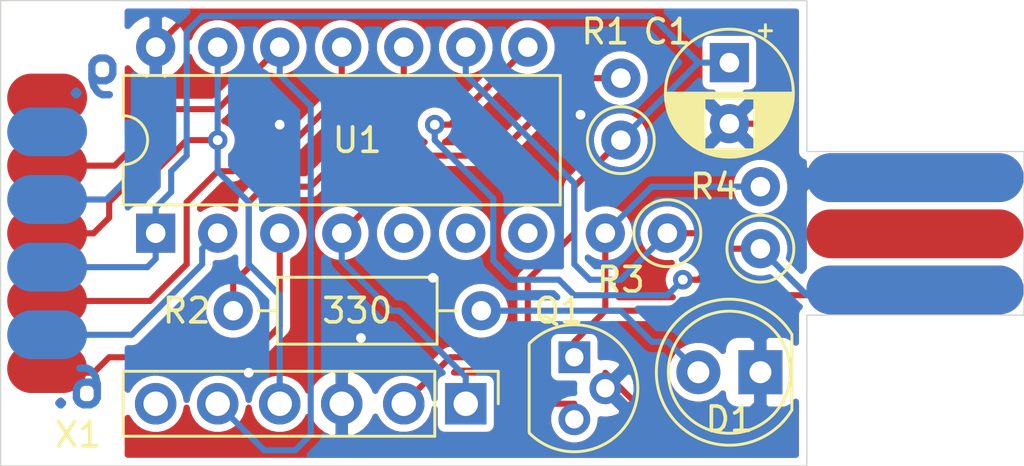
<source format=kicad_pcb>
(kicad_pcb (version 20171130) (host pcbnew "(5.1.5)-3")

  (general
    (thickness 1.6)
    (drawings 31)
    (tracks 175)
    (zones 0)
    (modules 9)
    (nets 18)
  )

  (page A4)
  (layers
    (0 F.Cu signal)
    (31 B.Cu signal)
    (32 B.Adhes user hide)
    (33 F.Adhes user hide)
    (34 B.Paste user hide)
    (35 F.Paste user hide)
    (36 B.SilkS user)
    (37 F.SilkS user hide)
    (38 B.Mask user hide)
    (39 F.Mask user hide)
    (40 Dwgs.User user hide)
    (41 Cmts.User user hide)
    (42 Eco1.User user hide)
    (43 Eco2.User user hide)
    (44 Edge.Cuts user)
    (45 Margin user hide)
    (46 B.CrtYd user hide)
    (47 F.CrtYd user hide)
    (48 B.Fab user)
    (49 F.Fab user hide)
  )

  (setup
    (last_trace_width 0.25)
    (user_trace_width 2)
    (trace_clearance 0.2)
    (zone_clearance 0.3)
    (zone_45_only no)
    (trace_min 0.2)
    (via_size 0.8)
    (via_drill 0.4)
    (via_min_size 0.4)
    (via_min_drill 0.3)
    (uvia_size 0.3)
    (uvia_drill 0.1)
    (uvias_allowed no)
    (uvia_min_size 0.2)
    (uvia_min_drill 0.1)
    (edge_width 0.05)
    (segment_width 0.2)
    (pcb_text_width 0.3)
    (pcb_text_size 1.5 1.5)
    (mod_edge_width 0.12)
    (mod_text_size 1 1)
    (mod_text_width 0.15)
    (pad_size 1.6 1.6)
    (pad_drill 0.8)
    (pad_to_mask_clearance 0.051)
    (solder_mask_min_width 0.25)
    (aux_axis_origin 0 0)
    (visible_elements 7FFFFFFF)
    (pcbplotparams
      (layerselection 0x010e0_ffffffff)
      (usegerberextensions false)
      (usegerberattributes false)
      (usegerberadvancedattributes false)
      (creategerberjobfile false)
      (excludeedgelayer true)
      (linewidth 0.100000)
      (plotframeref false)
      (viasonmask false)
      (mode 1)
      (useauxorigin false)
      (hpglpennumber 1)
      (hpglpenspeed 20)
      (hpglpendiameter 15.000000)
      (psnegative false)
      (psa4output false)
      (plotreference true)
      (plotvalue true)
      (plotinvisibletext false)
      (padsonsilk false)
      (subtractmaskfromsilk false)
      (outputformat 1)
      (mirror false)
      (drillshape 0)
      (scaleselection 1)
      (outputdirectory "./gerber/"))
  )

  (net 0 "")
  (net 1 +3V3)
  (net 2 +5V)
  (net 3 GND)
  (net 4 "Net-(D1-Pad2)")
  (net 5 "Net-(U1-Pad7)")
  (net 6 "Net-(U1-Pad6)")
  (net 7 "Net-(U1-Pad5)")
  (net 8 "Net-(U1-Pad11)")
  (net 9 "Net-(U1-Pad3)")
  (net 10 "Net-(U1-Pad2)")
  (net 11 "Net-(R2-Pad2)")
  (net 12 "Net-(R3-Pad1)")
  (net 13 "Net-(R4-Pad1)")
  (net 14 "Net-(R1-Pad2)")
  (net 15 "Net-(U1-Pad13)")
  (net 16 "Net-(U1-Pad12)")
  (net 17 "Net-(X1-Pad6)")

  (net_class Default "This is the default net class."
    (clearance 0.2)
    (trace_width 0.25)
    (via_dia 0.8)
    (via_drill 0.4)
    (uvia_dia 0.3)
    (uvia_drill 0.1)
    (add_net +3V3)
    (add_net +5V)
    (add_net GND)
    (add_net "Net-(D1-Pad2)")
    (add_net "Net-(R1-Pad2)")
    (add_net "Net-(R2-Pad2)")
    (add_net "Net-(R3-Pad1)")
    (add_net "Net-(R4-Pad1)")
    (add_net "Net-(U1-Pad11)")
    (add_net "Net-(U1-Pad12)")
    (add_net "Net-(U1-Pad13)")
    (add_net "Net-(U1-Pad2)")
    (add_net "Net-(U1-Pad3)")
    (add_net "Net-(U1-Pad5)")
    (add_net "Net-(U1-Pad6)")
    (add_net "Net-(U1-Pad7)")
    (add_net "Net-(X1-Pad6)")
  )

  (module Package_TO_SOT_THT:TO-92 (layer F.Cu) (tedit 5A279852) (tstamp 5E91BD4C)
    (at 160.8836 108.5342 270)
    (descr "TO-92 leads molded, narrow, drill 0.75mm (see NXP sot054_po.pdf)")
    (tags "to-92 sc-43 sc-43a sot54 PA33 transistor")
    (path /5E91949F)
    (fp_text reference Q1 (at -1.905 0.635 180) (layer F.SilkS)
      (effects (font (size 1 1) (thickness 0.15)))
    )
    (fp_text value LP2950-3.3_TO92 (at 1.27 2.79 90) (layer F.Fab)
      (effects (font (size 1 1) (thickness 0.15)))
    )
    (fp_arc (start 1.27 0) (end 1.27 -2.6) (angle 135) (layer F.SilkS) (width 0.12))
    (fp_arc (start 1.27 0) (end 1.27 -2.48) (angle -135) (layer F.Fab) (width 0.1))
    (fp_arc (start 1.27 0) (end 1.27 -2.6) (angle -135) (layer F.SilkS) (width 0.12))
    (fp_arc (start 1.27 0) (end 1.27 -2.48) (angle 135) (layer F.Fab) (width 0.1))
    (fp_line (start 4 2.01) (end -1.46 2.01) (layer F.CrtYd) (width 0.05))
    (fp_line (start 4 2.01) (end 4 -2.73) (layer F.CrtYd) (width 0.05))
    (fp_line (start -1.46 -2.73) (end -1.46 2.01) (layer F.CrtYd) (width 0.05))
    (fp_line (start -1.46 -2.73) (end 4 -2.73) (layer F.CrtYd) (width 0.05))
    (fp_line (start -0.5 1.75) (end 3 1.75) (layer F.Fab) (width 0.1))
    (fp_line (start -0.53 1.85) (end 3.07 1.85) (layer F.SilkS) (width 0.12))
    (fp_text user %R (at 1.27 -3.56 90) (layer F.Fab)
      (effects (font (size 1 1) (thickness 0.15)))
    )
    (pad 1 thru_hole rect (at 0 0) (size 1.3 1.3) (drill 0.75) (layers *.Cu *.Mask)
      (net 1 +3V3))
    (pad 3 thru_hole circle (at 2.54 0) (size 1.3 1.3) (drill 0.75) (layers *.Cu *.Mask)
      (net 2 +5V))
    (pad 2 thru_hole circle (at 1.27 -1.27) (size 1.3 1.3) (drill 0.75) (layers *.Cu *.Mask)
      (net 3 GND))
    (model ${KISYS3DMOD}/Package_TO_SOT_THT.3dshapes/TO-92.wrl
      (at (xyz 0 0 0))
      (scale (xyz 1 1 1))
      (rotate (xyz 0 0 0))
    )
  )

  (module Resistor_THT:R_Axial_DIN0207_L6.3mm_D2.5mm_P2.54mm_Vertical (layer F.Cu) (tedit 5AE5139B) (tstamp 5E91CA74)
    (at 168.5036 104.0892 90)
    (descr "Resistor, Axial_DIN0207 series, Axial, Vertical, pin pitch=2.54mm, 0.25W = 1/4W, length*diameter=6.3*2.5mm^2, http://cdn-reichelt.de/documents/datenblatt/B400/1_4W%23YAG.pdf")
    (tags "Resistor Axial_DIN0207 series Axial Vertical pin pitch 2.54mm 0.25W = 1/4W length 6.3mm diameter 2.5mm")
    (path /5E91819C)
    (fp_text reference R4 (at 2.54 -1.905 180) (layer F.SilkS)
      (effects (font (size 1 1) (thickness 0.15)))
    )
    (fp_text value 10k (at 1.27 2.37 90) (layer F.Fab)
      (effects (font (size 1 1) (thickness 0.15)))
    )
    (fp_text user %R (at 1.27 -2.37 90) (layer F.Fab)
      (effects (font (size 1 1) (thickness 0.15)))
    )
    (fp_line (start 3.59 -1.5) (end -1.5 -1.5) (layer F.CrtYd) (width 0.05))
    (fp_line (start 3.59 1.5) (end 3.59 -1.5) (layer F.CrtYd) (width 0.05))
    (fp_line (start -1.5 1.5) (end 3.59 1.5) (layer F.CrtYd) (width 0.05))
    (fp_line (start -1.5 -1.5) (end -1.5 1.5) (layer F.CrtYd) (width 0.05))
    (fp_line (start 1.37 0) (end 1.44 0) (layer F.SilkS) (width 0.12))
    (fp_line (start 0 0) (end 2.54 0) (layer F.Fab) (width 0.1))
    (fp_circle (center 0 0) (end 1.37 0) (layer F.SilkS) (width 0.12))
    (fp_circle (center 0 0) (end 1.25 0) (layer F.Fab) (width 0.1))
    (pad 2 thru_hole oval (at 2.54 0 90) (size 1.6 1.6) (drill 0.8) (layers *.Cu *.Mask)
      (net 1 +3V3))
    (pad 1 thru_hole circle (at 0 0 90) (size 1.6 1.6) (drill 0.8) (layers *.Cu *.Mask)
      (net 13 "Net-(R4-Pad1)"))
    (model ${KISYS3DMOD}/Resistor_THT.3dshapes/R_Axial_DIN0207_L6.3mm_D2.5mm_P2.54mm_Vertical.wrl
      (at (xyz 0 0 0))
      (scale (xyz 1 1 1))
      (rotate (xyz 0 0 0))
    )
  )

  (module Resistor_THT:R_Axial_DIN0207_L6.3mm_D2.5mm_P10.16mm_Horizontal (layer F.Cu) (tedit 5AE5139B) (tstamp 5E91CA82)
    (at 157.0736 106.6292 180)
    (descr "Resistor, Axial_DIN0207 series, Axial, Horizontal, pin pitch=10.16mm, 0.25W = 1/4W, length*diameter=6.3*2.5mm^2, http://cdn-reichelt.de/documents/datenblatt/B400/1_4W%23YAG.pdf")
    (tags "Resistor Axial_DIN0207 series Axial Horizontal pin pitch 10.16mm 0.25W = 1/4W length 6.3mm diameter 2.5mm")
    (path /5E91743B)
    (fp_text reference R2 (at 12.065 0) (layer F.SilkS)
      (effects (font (size 1 1) (thickness 0.15)))
    )
    (fp_text value 330 (at 5.08 0) (layer F.SilkS)
      (effects (font (size 1 1) (thickness 0.15)))
    )
    (fp_text user %R (at 5.08 0) (layer F.Fab)
      (effects (font (size 1 1) (thickness 0.15)))
    )
    (fp_line (start 11.21 -1.5) (end -1.05 -1.5) (layer F.CrtYd) (width 0.05))
    (fp_line (start 11.21 1.5) (end 11.21 -1.5) (layer F.CrtYd) (width 0.05))
    (fp_line (start -1.05 1.5) (end 11.21 1.5) (layer F.CrtYd) (width 0.05))
    (fp_line (start -1.05 -1.5) (end -1.05 1.5) (layer F.CrtYd) (width 0.05))
    (fp_line (start 9.12 0) (end 8.35 0) (layer F.SilkS) (width 0.12))
    (fp_line (start 1.04 0) (end 1.81 0) (layer F.SilkS) (width 0.12))
    (fp_line (start 8.35 -1.37) (end 1.81 -1.37) (layer F.SilkS) (width 0.12))
    (fp_line (start 8.35 1.37) (end 8.35 -1.37) (layer F.SilkS) (width 0.12))
    (fp_line (start 1.81 1.37) (end 8.35 1.37) (layer F.SilkS) (width 0.12))
    (fp_line (start 1.81 -1.37) (end 1.81 1.37) (layer F.SilkS) (width 0.12))
    (fp_line (start 10.16 0) (end 8.23 0) (layer F.Fab) (width 0.1))
    (fp_line (start 0 0) (end 1.93 0) (layer F.Fab) (width 0.1))
    (fp_line (start 8.23 -1.25) (end 1.93 -1.25) (layer F.Fab) (width 0.1))
    (fp_line (start 8.23 1.25) (end 8.23 -1.25) (layer F.Fab) (width 0.1))
    (fp_line (start 1.93 1.25) (end 8.23 1.25) (layer F.Fab) (width 0.1))
    (fp_line (start 1.93 -1.25) (end 1.93 1.25) (layer F.Fab) (width 0.1))
    (pad 2 thru_hole oval (at 10.16 0 180) (size 1.6 1.6) (drill 0.8) (layers *.Cu *.Mask)
      (net 11 "Net-(R2-Pad2)"))
    (pad 1 thru_hole circle (at 0 0 180) (size 1.6 1.6) (drill 0.8) (layers *.Cu *.Mask)
      (net 4 "Net-(D1-Pad2)"))
    (model ${KISYS3DMOD}/Resistor_THT.3dshapes/R_Axial_DIN0207_L6.3mm_D2.5mm_P10.16mm_Horizontal.wrl
      (at (xyz 0 0 0))
      (scale (xyz 1 1 1))
      (rotate (xyz 0 0 0))
    )
  )

  (module Connector_PinHeader_2.54mm:PinHeader_1x06_P2.54mm_Vertical (layer F.Cu) (tedit 59FED5CC) (tstamp 5E91D35B)
    (at 156.4386 110.4392 270)
    (descr "Through hole straight pin header, 1x06, 2.54mm pitch, single row")
    (tags "Through hole pin header THT 1x06 2.54mm single row")
    (path /5E920230)
    (fp_text reference X1 (at 1.27 15.875 180) (layer F.SilkS)
      (effects (font (size 1 1) (thickness 0.15)))
    )
    (fp_text value ICSP (at 0 15.03 90) (layer F.Fab)
      (effects (font (size 1 1) (thickness 0.15)))
    )
    (fp_text user %R (at 0 6.35) (layer F.Fab)
      (effects (font (size 1 1) (thickness 0.15)))
    )
    (fp_line (start 1.8 -1.8) (end -1.8 -1.8) (layer F.CrtYd) (width 0.05))
    (fp_line (start 1.8 14.5) (end 1.8 -1.8) (layer F.CrtYd) (width 0.05))
    (fp_line (start -1.8 14.5) (end 1.8 14.5) (layer F.CrtYd) (width 0.05))
    (fp_line (start -1.8 -1.8) (end -1.8 14.5) (layer F.CrtYd) (width 0.05))
    (fp_line (start -1.33 -1.33) (end 0 -1.33) (layer F.SilkS) (width 0.12))
    (fp_line (start -1.33 0) (end -1.33 -1.33) (layer F.SilkS) (width 0.12))
    (fp_line (start -1.33 1.27) (end 1.33 1.27) (layer F.SilkS) (width 0.12))
    (fp_line (start 1.33 1.27) (end 1.33 14.03) (layer F.SilkS) (width 0.12))
    (fp_line (start -1.33 1.27) (end -1.33 14.03) (layer F.SilkS) (width 0.12))
    (fp_line (start -1.33 14.03) (end 1.33 14.03) (layer F.SilkS) (width 0.12))
    (fp_line (start -1.27 -0.635) (end -0.635 -1.27) (layer F.Fab) (width 0.1))
    (fp_line (start -1.27 13.97) (end -1.27 -0.635) (layer F.Fab) (width 0.1))
    (fp_line (start 1.27 13.97) (end -1.27 13.97) (layer F.Fab) (width 0.1))
    (fp_line (start 1.27 -1.27) (end 1.27 13.97) (layer F.Fab) (width 0.1))
    (fp_line (start -0.635 -1.27) (end 1.27 -1.27) (layer F.Fab) (width 0.1))
    (pad 6 thru_hole oval (at 0 12.7 270) (size 1.7 1.7) (drill 1) (layers *.Cu *.Mask)
      (net 17 "Net-(X1-Pad6)"))
    (pad 5 thru_hole oval (at 0 10.16 270) (size 1.7 1.7) (drill 1) (layers *.Cu *.Mask)
      (net 16 "Net-(U1-Pad12)"))
    (pad 4 thru_hole oval (at 0 7.62 270) (size 1.7 1.7) (drill 1) (layers *.Cu *.Mask)
      (net 15 "Net-(U1-Pad13)"))
    (pad 3 thru_hole oval (at 0 5.08 270) (size 1.7 1.7) (drill 1) (layers *.Cu *.Mask)
      (net 3 GND))
    (pad 2 thru_hole oval (at 0 2.54 270) (size 1.7 1.7) (drill 1) (layers *.Cu *.Mask)
      (net 2 +5V))
    (pad 1 thru_hole rect (at 0 0 270) (size 1.7 1.7) (drill 1) (layers *.Cu *.Mask)
      (net 14 "Net-(R1-Pad2)"))
    (model ${KISYS3DMOD}/Connector_PinHeader_2.54mm.3dshapes/PinHeader_1x06_P2.54mm_Vertical.wrl
      (at (xyz 0 0 0))
      (scale (xyz 1 1 1))
      (rotate (xyz 0 0 0))
    )
  )

  (module Package_DIP:DIP-14_W7.62mm (layer F.Cu) (tedit 5A02E8C5) (tstamp 5E91CAB3)
    (at 143.7386 103.4542 90)
    (descr "14-lead though-hole mounted DIP package, row spacing 7.62 mm (300 mils)")
    (tags "THT DIP DIL PDIP 2.54mm 7.62mm 300mil")
    (path /5E915ABA)
    (fp_text reference U1 (at 3.81 8.255 180) (layer F.SilkS)
      (effects (font (size 1 1) (thickness 0.15)))
    )
    (fp_text value PIC16F15223-I/P (at 3.81 17.57 90) (layer F.Fab)
      (effects (font (size 1 1) (thickness 0.15)))
    )
    (fp_text user %R (at 3.81 7.62 90) (layer F.Fab)
      (effects (font (size 1 1) (thickness 0.15)))
    )
    (fp_line (start 8.7 -1.55) (end -1.1 -1.55) (layer F.CrtYd) (width 0.05))
    (fp_line (start 8.7 16.8) (end 8.7 -1.55) (layer F.CrtYd) (width 0.05))
    (fp_line (start -1.1 16.8) (end 8.7 16.8) (layer F.CrtYd) (width 0.05))
    (fp_line (start -1.1 -1.55) (end -1.1 16.8) (layer F.CrtYd) (width 0.05))
    (fp_line (start 6.46 -1.33) (end 4.81 -1.33) (layer F.SilkS) (width 0.12))
    (fp_line (start 6.46 16.57) (end 6.46 -1.33) (layer F.SilkS) (width 0.12))
    (fp_line (start 1.16 16.57) (end 6.46 16.57) (layer F.SilkS) (width 0.12))
    (fp_line (start 1.16 -1.33) (end 1.16 16.57) (layer F.SilkS) (width 0.12))
    (fp_line (start 2.81 -1.33) (end 1.16 -1.33) (layer F.SilkS) (width 0.12))
    (fp_line (start 0.635 -0.27) (end 1.635 -1.27) (layer F.Fab) (width 0.1))
    (fp_line (start 0.635 16.51) (end 0.635 -0.27) (layer F.Fab) (width 0.1))
    (fp_line (start 6.985 16.51) (end 0.635 16.51) (layer F.Fab) (width 0.1))
    (fp_line (start 6.985 -1.27) (end 6.985 16.51) (layer F.Fab) (width 0.1))
    (fp_line (start 1.635 -1.27) (end 6.985 -1.27) (layer F.Fab) (width 0.1))
    (fp_arc (start 3.81 -1.33) (end 2.81 -1.33) (angle -180) (layer F.SilkS) (width 0.12))
    (pad 14 thru_hole oval (at 7.62 0 90) (size 1.6 1.6) (drill 0.8) (layers *.Cu *.Mask)
      (net 3 GND))
    (pad 7 thru_hole oval (at 0 15.24 90) (size 1.6 1.6) (drill 0.8) (layers *.Cu *.Mask)
      (net 5 "Net-(U1-Pad7)"))
    (pad 13 thru_hole oval (at 7.62 2.54 90) (size 1.6 1.6) (drill 0.8) (layers *.Cu *.Mask)
      (net 15 "Net-(U1-Pad13)"))
    (pad 6 thru_hole oval (at 0 12.7 90) (size 1.6 1.6) (drill 0.8) (layers *.Cu *.Mask)
      (net 6 "Net-(U1-Pad6)"))
    (pad 12 thru_hole oval (at 7.62 5.08 90) (size 1.6 1.6) (drill 0.8) (layers *.Cu *.Mask)
      (net 16 "Net-(U1-Pad12)"))
    (pad 5 thru_hole oval (at 0 10.16 90) (size 1.6 1.6) (drill 0.8) (layers *.Cu *.Mask)
      (net 7 "Net-(U1-Pad5)"))
    (pad 11 thru_hole oval (at 7.62 7.62 90) (size 1.6 1.6) (drill 0.8) (layers *.Cu *.Mask)
      (net 8 "Net-(U1-Pad11)"))
    (pad 4 thru_hole oval (at 0 7.62 90) (size 1.6 1.6) (drill 0.8) (layers *.Cu *.Mask)
      (net 14 "Net-(R1-Pad2)"))
    (pad 10 thru_hole oval (at 7.62 10.16 90) (size 1.6 1.6) (drill 0.8) (layers *.Cu *.Mask)
      (net 11 "Net-(R2-Pad2)"))
    (pad 3 thru_hole oval (at 0 5.08 90) (size 1.6 1.6) (drill 0.8) (layers *.Cu *.Mask)
      (net 9 "Net-(U1-Pad3)"))
    (pad 9 thru_hole oval (at 7.62 12.7 90) (size 1.6 1.6) (drill 0.8) (layers *.Cu *.Mask)
      (net 12 "Net-(R3-Pad1)"))
    (pad 2 thru_hole oval (at 0 2.54 90) (size 1.6 1.6) (drill 0.8) (layers *.Cu *.Mask)
      (net 10 "Net-(U1-Pad2)"))
    (pad 8 thru_hole oval (at 7.62 15.24 90) (size 1.6 1.6) (drill 0.8) (layers *.Cu *.Mask)
      (net 13 "Net-(R4-Pad1)"))
    (pad 1 thru_hole rect (at 0 0 90) (size 1.6 1.6) (drill 0.8) (layers *.Cu *.Mask)
      (net 2 +5V))
    (model ${KISYS3DMOD}/Package_DIP.3dshapes/DIP-14_W7.62mm.wrl
      (at (xyz 0 0 0))
      (scale (xyz 1 1 1))
      (rotate (xyz 0 0 0))
    )
  )

  (module Resistor_THT:R_Axial_DIN0207_L6.3mm_D2.5mm_P2.54mm_Vertical (layer F.Cu) (tedit 5AE5139B) (tstamp 5E91CA91)
    (at 162.7886 99.6442 90)
    (descr "Resistor, Axial_DIN0207 series, Axial, Vertical, pin pitch=2.54mm, 0.25W = 1/4W, length*diameter=6.3*2.5mm^2, http://cdn-reichelt.de/documents/datenblatt/B400/1_4W%23YAG.pdf")
    (tags "Resistor Axial_DIN0207 series Axial Vertical pin pitch 2.54mm 0.25W = 1/4W length 6.3mm diameter 2.5mm")
    (path /5E916E71)
    (fp_text reference R1 (at 4.445 -0.635 180) (layer F.SilkS)
      (effects (font (size 1 1) (thickness 0.15)))
    )
    (fp_text value 10k (at 1.27 2.37 90) (layer F.Fab)
      (effects (font (size 1 1) (thickness 0.15)))
    )
    (fp_text user %R (at 1.27 -2.37 90) (layer F.Fab)
      (effects (font (size 1 1) (thickness 0.15)))
    )
    (fp_line (start 3.59 -1.5) (end -1.5 -1.5) (layer F.CrtYd) (width 0.05))
    (fp_line (start 3.59 1.5) (end 3.59 -1.5) (layer F.CrtYd) (width 0.05))
    (fp_line (start -1.5 1.5) (end 3.59 1.5) (layer F.CrtYd) (width 0.05))
    (fp_line (start -1.5 -1.5) (end -1.5 1.5) (layer F.CrtYd) (width 0.05))
    (fp_line (start 1.37 0) (end 1.44 0) (layer F.SilkS) (width 0.12))
    (fp_line (start 0 0) (end 2.54 0) (layer F.Fab) (width 0.1))
    (fp_circle (center 0 0) (end 1.37 0) (layer F.SilkS) (width 0.12))
    (fp_circle (center 0 0) (end 1.25 0) (layer F.Fab) (width 0.1))
    (pad 2 thru_hole oval (at 2.54 0 90) (size 1.6 1.6) (drill 0.8) (layers *.Cu *.Mask)
      (net 14 "Net-(R1-Pad2)"))
    (pad 1 thru_hole circle (at 0 0 90) (size 1.6 1.6) (drill 0.8) (layers *.Cu *.Mask)
      (net 2 +5V))
    (model ${KISYS3DMOD}/Resistor_THT.3dshapes/R_Axial_DIN0207_L6.3mm_D2.5mm_P2.54mm_Vertical.wrl
      (at (xyz 0 0 0))
      (scale (xyz 1 1 1))
      (rotate (xyz 0 0 0))
    )
  )

  (module Resistor_THT:R_Axial_DIN0207_L6.3mm_D2.5mm_P2.54mm_Vertical (layer F.Cu) (tedit 5AE5139B) (tstamp 5E91CA5D)
    (at 164.6936 103.4542 180)
    (descr "Resistor, Axial_DIN0207 series, Axial, Vertical, pin pitch=2.54mm, 0.25W = 1/4W, length*diameter=6.3*2.5mm^2, http://cdn-reichelt.de/documents/datenblatt/B400/1_4W%23YAG.pdf")
    (tags "Resistor Axial_DIN0207 series Axial Vertical pin pitch 2.54mm 0.25W = 1/4W length 6.3mm diameter 2.5mm")
    (path /5E917A60)
    (fp_text reference R3 (at 1.905 -1.905) (layer F.SilkS)
      (effects (font (size 1 1) (thickness 0.15)))
    )
    (fp_text value 10k (at 1.27 2.37) (layer F.Fab)
      (effects (font (size 1 1) (thickness 0.15)))
    )
    (fp_text user %R (at 1.27 -2.37) (layer F.Fab)
      (effects (font (size 1 1) (thickness 0.15)))
    )
    (fp_line (start 3.59 -1.5) (end -1.5 -1.5) (layer F.CrtYd) (width 0.05))
    (fp_line (start 3.59 1.5) (end 3.59 -1.5) (layer F.CrtYd) (width 0.05))
    (fp_line (start -1.5 1.5) (end 3.59 1.5) (layer F.CrtYd) (width 0.05))
    (fp_line (start -1.5 -1.5) (end -1.5 1.5) (layer F.CrtYd) (width 0.05))
    (fp_line (start 1.37 0) (end 1.44 0) (layer F.SilkS) (width 0.12))
    (fp_line (start 0 0) (end 2.54 0) (layer F.Fab) (width 0.1))
    (fp_circle (center 0 0) (end 1.37 0) (layer F.SilkS) (width 0.12))
    (fp_circle (center 0 0) (end 1.25 0) (layer F.Fab) (width 0.1))
    (pad 2 thru_hole oval (at 2.54 0 180) (size 1.6 1.6) (drill 0.8) (layers *.Cu *.Mask)
      (net 1 +3V3))
    (pad 1 thru_hole circle (at 0 0 180) (size 1.6 1.6) (drill 0.8) (layers *.Cu *.Mask)
      (net 12 "Net-(R3-Pad1)"))
    (model ${KISYS3DMOD}/Resistor_THT.3dshapes/R_Axial_DIN0207_L6.3mm_D2.5mm_P2.54mm_Vertical.wrl
      (at (xyz 0 0 0))
      (scale (xyz 1 1 1))
      (rotate (xyz 0 0 0))
    )
  )

  (module LED_THT:LED_D5.0mm (layer F.Cu) (tedit 5995936A) (tstamp 5E91CA3D)
    (at 168.5036 109.147229 180)
    (descr "LED, diameter 5.0mm, 2 pins, http://cdn-reichelt.de/documents/datenblatt/A500/LL-504BC2E-009.pdf")
    (tags "LED diameter 5.0mm 2 pins")
    (path /5E916549)
    (fp_text reference D1 (at 1.27 -1.926971) (layer F.SilkS)
      (effects (font (size 1 1) (thickness 0.15)))
    )
    (fp_text value LED (at 1.27 3.96) (layer F.Fab)
      (effects (font (size 1 1) (thickness 0.15)))
    )
    (fp_text user %R (at 1.25 0) (layer F.Fab)
      (effects (font (size 0.8 0.8) (thickness 0.2)))
    )
    (fp_line (start 4.5 -3.25) (end -1.95 -3.25) (layer F.CrtYd) (width 0.05))
    (fp_line (start 4.5 3.25) (end 4.5 -3.25) (layer F.CrtYd) (width 0.05))
    (fp_line (start -1.95 3.25) (end 4.5 3.25) (layer F.CrtYd) (width 0.05))
    (fp_line (start -1.95 -3.25) (end -1.95 3.25) (layer F.CrtYd) (width 0.05))
    (fp_line (start -1.29 -1.545) (end -1.29 1.545) (layer F.SilkS) (width 0.12))
    (fp_line (start -1.23 -1.469694) (end -1.23 1.469694) (layer F.Fab) (width 0.1))
    (fp_circle (center 1.27 0) (end 3.77 0) (layer F.SilkS) (width 0.12))
    (fp_circle (center 1.27 0) (end 3.77 0) (layer F.Fab) (width 0.1))
    (fp_arc (start 1.27 0) (end -1.29 1.54483) (angle -148.9) (layer F.SilkS) (width 0.12))
    (fp_arc (start 1.27 0) (end -1.29 -1.54483) (angle 148.9) (layer F.SilkS) (width 0.12))
    (fp_arc (start 1.27 0) (end -1.23 -1.469694) (angle 299.1) (layer F.Fab) (width 0.1))
    (pad 2 thru_hole circle (at 2.54 0 180) (size 1.8 1.8) (drill 0.9) (layers *.Cu *.Mask)
      (net 4 "Net-(D1-Pad2)"))
    (pad 1 thru_hole rect (at 0 0 180) (size 1.8 1.8) (drill 0.9) (layers *.Cu *.Mask)
      (net 3 GND))
    (model ${KISYS3DMOD}/LED_THT.3dshapes/LED_D5.0mm.wrl
      (at (xyz 0 0 0))
      (scale (xyz 1 1 1))
      (rotate (xyz 0 0 0))
    )
  )

  (module Capacitor_THT:CP_Radial_D5.0mm_P2.50mm (layer F.Cu) (tedit 5AE50EF0) (tstamp 5E91CA2B)
    (at 167.2336 96.4692 270)
    (descr "CP, Radial series, Radial, pin pitch=2.50mm, , diameter=5mm, Electrolytic Capacitor")
    (tags "CP Radial series Radial pin pitch 2.50mm  diameter 5mm Electrolytic Capacitor")
    (path /5E918780)
    (fp_text reference C1 (at -1.27 2.54 180) (layer F.SilkS)
      (effects (font (size 1 1) (thickness 0.15)))
    )
    (fp_text value 10uF (at 1.25 3.75 90) (layer F.Fab)
      (effects (font (size 1 1) (thickness 0.15)))
    )
    (fp_text user %R (at 1.25 0 90) (layer F.Fab)
      (effects (font (size 1 1) (thickness 0.15)))
    )
    (fp_line (start -1.304775 -1.725) (end -1.304775 -1.225) (layer F.SilkS) (width 0.12))
    (fp_line (start -1.554775 -1.475) (end -1.054775 -1.475) (layer F.SilkS) (width 0.12))
    (fp_line (start 3.851 -0.284) (end 3.851 0.284) (layer F.SilkS) (width 0.12))
    (fp_line (start 3.811 -0.518) (end 3.811 0.518) (layer F.SilkS) (width 0.12))
    (fp_line (start 3.771 -0.677) (end 3.771 0.677) (layer F.SilkS) (width 0.12))
    (fp_line (start 3.731 -0.805) (end 3.731 0.805) (layer F.SilkS) (width 0.12))
    (fp_line (start 3.691 -0.915) (end 3.691 0.915) (layer F.SilkS) (width 0.12))
    (fp_line (start 3.651 -1.011) (end 3.651 1.011) (layer F.SilkS) (width 0.12))
    (fp_line (start 3.611 -1.098) (end 3.611 1.098) (layer F.SilkS) (width 0.12))
    (fp_line (start 3.571 -1.178) (end 3.571 1.178) (layer F.SilkS) (width 0.12))
    (fp_line (start 3.531 1.04) (end 3.531 1.251) (layer F.SilkS) (width 0.12))
    (fp_line (start 3.531 -1.251) (end 3.531 -1.04) (layer F.SilkS) (width 0.12))
    (fp_line (start 3.491 1.04) (end 3.491 1.319) (layer F.SilkS) (width 0.12))
    (fp_line (start 3.491 -1.319) (end 3.491 -1.04) (layer F.SilkS) (width 0.12))
    (fp_line (start 3.451 1.04) (end 3.451 1.383) (layer F.SilkS) (width 0.12))
    (fp_line (start 3.451 -1.383) (end 3.451 -1.04) (layer F.SilkS) (width 0.12))
    (fp_line (start 3.411 1.04) (end 3.411 1.443) (layer F.SilkS) (width 0.12))
    (fp_line (start 3.411 -1.443) (end 3.411 -1.04) (layer F.SilkS) (width 0.12))
    (fp_line (start 3.371 1.04) (end 3.371 1.5) (layer F.SilkS) (width 0.12))
    (fp_line (start 3.371 -1.5) (end 3.371 -1.04) (layer F.SilkS) (width 0.12))
    (fp_line (start 3.331 1.04) (end 3.331 1.554) (layer F.SilkS) (width 0.12))
    (fp_line (start 3.331 -1.554) (end 3.331 -1.04) (layer F.SilkS) (width 0.12))
    (fp_line (start 3.291 1.04) (end 3.291 1.605) (layer F.SilkS) (width 0.12))
    (fp_line (start 3.291 -1.605) (end 3.291 -1.04) (layer F.SilkS) (width 0.12))
    (fp_line (start 3.251 1.04) (end 3.251 1.653) (layer F.SilkS) (width 0.12))
    (fp_line (start 3.251 -1.653) (end 3.251 -1.04) (layer F.SilkS) (width 0.12))
    (fp_line (start 3.211 1.04) (end 3.211 1.699) (layer F.SilkS) (width 0.12))
    (fp_line (start 3.211 -1.699) (end 3.211 -1.04) (layer F.SilkS) (width 0.12))
    (fp_line (start 3.171 1.04) (end 3.171 1.743) (layer F.SilkS) (width 0.12))
    (fp_line (start 3.171 -1.743) (end 3.171 -1.04) (layer F.SilkS) (width 0.12))
    (fp_line (start 3.131 1.04) (end 3.131 1.785) (layer F.SilkS) (width 0.12))
    (fp_line (start 3.131 -1.785) (end 3.131 -1.04) (layer F.SilkS) (width 0.12))
    (fp_line (start 3.091 1.04) (end 3.091 1.826) (layer F.SilkS) (width 0.12))
    (fp_line (start 3.091 -1.826) (end 3.091 -1.04) (layer F.SilkS) (width 0.12))
    (fp_line (start 3.051 1.04) (end 3.051 1.864) (layer F.SilkS) (width 0.12))
    (fp_line (start 3.051 -1.864) (end 3.051 -1.04) (layer F.SilkS) (width 0.12))
    (fp_line (start 3.011 1.04) (end 3.011 1.901) (layer F.SilkS) (width 0.12))
    (fp_line (start 3.011 -1.901) (end 3.011 -1.04) (layer F.SilkS) (width 0.12))
    (fp_line (start 2.971 1.04) (end 2.971 1.937) (layer F.SilkS) (width 0.12))
    (fp_line (start 2.971 -1.937) (end 2.971 -1.04) (layer F.SilkS) (width 0.12))
    (fp_line (start 2.931 1.04) (end 2.931 1.971) (layer F.SilkS) (width 0.12))
    (fp_line (start 2.931 -1.971) (end 2.931 -1.04) (layer F.SilkS) (width 0.12))
    (fp_line (start 2.891 1.04) (end 2.891 2.004) (layer F.SilkS) (width 0.12))
    (fp_line (start 2.891 -2.004) (end 2.891 -1.04) (layer F.SilkS) (width 0.12))
    (fp_line (start 2.851 1.04) (end 2.851 2.035) (layer F.SilkS) (width 0.12))
    (fp_line (start 2.851 -2.035) (end 2.851 -1.04) (layer F.SilkS) (width 0.12))
    (fp_line (start 2.811 1.04) (end 2.811 2.065) (layer F.SilkS) (width 0.12))
    (fp_line (start 2.811 -2.065) (end 2.811 -1.04) (layer F.SilkS) (width 0.12))
    (fp_line (start 2.771 1.04) (end 2.771 2.095) (layer F.SilkS) (width 0.12))
    (fp_line (start 2.771 -2.095) (end 2.771 -1.04) (layer F.SilkS) (width 0.12))
    (fp_line (start 2.731 1.04) (end 2.731 2.122) (layer F.SilkS) (width 0.12))
    (fp_line (start 2.731 -2.122) (end 2.731 -1.04) (layer F.SilkS) (width 0.12))
    (fp_line (start 2.691 1.04) (end 2.691 2.149) (layer F.SilkS) (width 0.12))
    (fp_line (start 2.691 -2.149) (end 2.691 -1.04) (layer F.SilkS) (width 0.12))
    (fp_line (start 2.651 1.04) (end 2.651 2.175) (layer F.SilkS) (width 0.12))
    (fp_line (start 2.651 -2.175) (end 2.651 -1.04) (layer F.SilkS) (width 0.12))
    (fp_line (start 2.611 1.04) (end 2.611 2.2) (layer F.SilkS) (width 0.12))
    (fp_line (start 2.611 -2.2) (end 2.611 -1.04) (layer F.SilkS) (width 0.12))
    (fp_line (start 2.571 1.04) (end 2.571 2.224) (layer F.SilkS) (width 0.12))
    (fp_line (start 2.571 -2.224) (end 2.571 -1.04) (layer F.SilkS) (width 0.12))
    (fp_line (start 2.531 1.04) (end 2.531 2.247) (layer F.SilkS) (width 0.12))
    (fp_line (start 2.531 -2.247) (end 2.531 -1.04) (layer F.SilkS) (width 0.12))
    (fp_line (start 2.491 1.04) (end 2.491 2.268) (layer F.SilkS) (width 0.12))
    (fp_line (start 2.491 -2.268) (end 2.491 -1.04) (layer F.SilkS) (width 0.12))
    (fp_line (start 2.451 1.04) (end 2.451 2.29) (layer F.SilkS) (width 0.12))
    (fp_line (start 2.451 -2.29) (end 2.451 -1.04) (layer F.SilkS) (width 0.12))
    (fp_line (start 2.411 1.04) (end 2.411 2.31) (layer F.SilkS) (width 0.12))
    (fp_line (start 2.411 -2.31) (end 2.411 -1.04) (layer F.SilkS) (width 0.12))
    (fp_line (start 2.371 1.04) (end 2.371 2.329) (layer F.SilkS) (width 0.12))
    (fp_line (start 2.371 -2.329) (end 2.371 -1.04) (layer F.SilkS) (width 0.12))
    (fp_line (start 2.331 1.04) (end 2.331 2.348) (layer F.SilkS) (width 0.12))
    (fp_line (start 2.331 -2.348) (end 2.331 -1.04) (layer F.SilkS) (width 0.12))
    (fp_line (start 2.291 1.04) (end 2.291 2.365) (layer F.SilkS) (width 0.12))
    (fp_line (start 2.291 -2.365) (end 2.291 -1.04) (layer F.SilkS) (width 0.12))
    (fp_line (start 2.251 1.04) (end 2.251 2.382) (layer F.SilkS) (width 0.12))
    (fp_line (start 2.251 -2.382) (end 2.251 -1.04) (layer F.SilkS) (width 0.12))
    (fp_line (start 2.211 1.04) (end 2.211 2.398) (layer F.SilkS) (width 0.12))
    (fp_line (start 2.211 -2.398) (end 2.211 -1.04) (layer F.SilkS) (width 0.12))
    (fp_line (start 2.171 1.04) (end 2.171 2.414) (layer F.SilkS) (width 0.12))
    (fp_line (start 2.171 -2.414) (end 2.171 -1.04) (layer F.SilkS) (width 0.12))
    (fp_line (start 2.131 1.04) (end 2.131 2.428) (layer F.SilkS) (width 0.12))
    (fp_line (start 2.131 -2.428) (end 2.131 -1.04) (layer F.SilkS) (width 0.12))
    (fp_line (start 2.091 1.04) (end 2.091 2.442) (layer F.SilkS) (width 0.12))
    (fp_line (start 2.091 -2.442) (end 2.091 -1.04) (layer F.SilkS) (width 0.12))
    (fp_line (start 2.051 1.04) (end 2.051 2.455) (layer F.SilkS) (width 0.12))
    (fp_line (start 2.051 -2.455) (end 2.051 -1.04) (layer F.SilkS) (width 0.12))
    (fp_line (start 2.011 1.04) (end 2.011 2.468) (layer F.SilkS) (width 0.12))
    (fp_line (start 2.011 -2.468) (end 2.011 -1.04) (layer F.SilkS) (width 0.12))
    (fp_line (start 1.971 1.04) (end 1.971 2.48) (layer F.SilkS) (width 0.12))
    (fp_line (start 1.971 -2.48) (end 1.971 -1.04) (layer F.SilkS) (width 0.12))
    (fp_line (start 1.93 1.04) (end 1.93 2.491) (layer F.SilkS) (width 0.12))
    (fp_line (start 1.93 -2.491) (end 1.93 -1.04) (layer F.SilkS) (width 0.12))
    (fp_line (start 1.89 1.04) (end 1.89 2.501) (layer F.SilkS) (width 0.12))
    (fp_line (start 1.89 -2.501) (end 1.89 -1.04) (layer F.SilkS) (width 0.12))
    (fp_line (start 1.85 1.04) (end 1.85 2.511) (layer F.SilkS) (width 0.12))
    (fp_line (start 1.85 -2.511) (end 1.85 -1.04) (layer F.SilkS) (width 0.12))
    (fp_line (start 1.81 1.04) (end 1.81 2.52) (layer F.SilkS) (width 0.12))
    (fp_line (start 1.81 -2.52) (end 1.81 -1.04) (layer F.SilkS) (width 0.12))
    (fp_line (start 1.77 1.04) (end 1.77 2.528) (layer F.SilkS) (width 0.12))
    (fp_line (start 1.77 -2.528) (end 1.77 -1.04) (layer F.SilkS) (width 0.12))
    (fp_line (start 1.73 1.04) (end 1.73 2.536) (layer F.SilkS) (width 0.12))
    (fp_line (start 1.73 -2.536) (end 1.73 -1.04) (layer F.SilkS) (width 0.12))
    (fp_line (start 1.69 1.04) (end 1.69 2.543) (layer F.SilkS) (width 0.12))
    (fp_line (start 1.69 -2.543) (end 1.69 -1.04) (layer F.SilkS) (width 0.12))
    (fp_line (start 1.65 1.04) (end 1.65 2.55) (layer F.SilkS) (width 0.12))
    (fp_line (start 1.65 -2.55) (end 1.65 -1.04) (layer F.SilkS) (width 0.12))
    (fp_line (start 1.61 1.04) (end 1.61 2.556) (layer F.SilkS) (width 0.12))
    (fp_line (start 1.61 -2.556) (end 1.61 -1.04) (layer F.SilkS) (width 0.12))
    (fp_line (start 1.57 1.04) (end 1.57 2.561) (layer F.SilkS) (width 0.12))
    (fp_line (start 1.57 -2.561) (end 1.57 -1.04) (layer F.SilkS) (width 0.12))
    (fp_line (start 1.53 1.04) (end 1.53 2.565) (layer F.SilkS) (width 0.12))
    (fp_line (start 1.53 -2.565) (end 1.53 -1.04) (layer F.SilkS) (width 0.12))
    (fp_line (start 1.49 1.04) (end 1.49 2.569) (layer F.SilkS) (width 0.12))
    (fp_line (start 1.49 -2.569) (end 1.49 -1.04) (layer F.SilkS) (width 0.12))
    (fp_line (start 1.45 -2.573) (end 1.45 2.573) (layer F.SilkS) (width 0.12))
    (fp_line (start 1.41 -2.576) (end 1.41 2.576) (layer F.SilkS) (width 0.12))
    (fp_line (start 1.37 -2.578) (end 1.37 2.578) (layer F.SilkS) (width 0.12))
    (fp_line (start 1.33 -2.579) (end 1.33 2.579) (layer F.SilkS) (width 0.12))
    (fp_line (start 1.29 -2.58) (end 1.29 2.58) (layer F.SilkS) (width 0.12))
    (fp_line (start 1.25 -2.58) (end 1.25 2.58) (layer F.SilkS) (width 0.12))
    (fp_line (start -0.633605 -1.3375) (end -0.633605 -0.8375) (layer F.Fab) (width 0.1))
    (fp_line (start -0.883605 -1.0875) (end -0.383605 -1.0875) (layer F.Fab) (width 0.1))
    (fp_circle (center 1.25 0) (end 4 0) (layer F.CrtYd) (width 0.05))
    (fp_circle (center 1.25 0) (end 3.87 0) (layer F.SilkS) (width 0.12))
    (fp_circle (center 1.25 0) (end 3.75 0) (layer F.Fab) (width 0.1))
    (pad 2 thru_hole circle (at 2.5 0 270) (size 1.6 1.6) (drill 0.8) (layers *.Cu *.Mask)
      (net 3 GND))
    (pad 1 thru_hole rect (at 0 0 270) (size 1.6 1.6) (drill 0.8) (layers *.Cu *.Mask)
      (net 2 +5V))
    (model ${KISYS3DMOD}/Capacitor_THT.3dshapes/CP_Radial_D5.0mm_P2.50mm.wrl
      (at (xyz 0 0 0))
      (scale (xyz 1 1 1))
      (rotate (xyz 0 0 0))
    )
  )

  (gr_poly (pts (xy 20.3454 -0.0508) (xy 17.78 -0.0508) (xy 17.78 -1.21) (xy 20.3454 -1.21)) (layer F.SilkS) (width 0.1))
  (gr_text X1 (at 6.35 -0.635) (layer F.SilkS)
    (effects (font (size 1 1) (thickness 0.15)))
  )
  (gr_text X2 (at 33.655 -9.525) (layer F.SilkS)
    (effects (font (size 1 1) (thickness 0.15)))
  )
  (gr_poly (pts (xy 41.892972 -6.196422) (xy 33.013227 -6.196422) (xy 33.013227 -12.868586) (xy 41.892972 -12.868586)) (layer F.Mask) (width 0.1))
  (gr_poly (pts (xy 41.851786 -6.218388) (xy 32.996753 -6.218388) (xy 32.996753 -8.305155) (xy 41.851786 -8.305155)) (layer B.Mask) (width 0.1) (tstamp 5E92922D))
  (gr_poly (pts (xy 41.868168 -10.7572) (xy 33.013135 -10.7572) (xy 33.013135 -12.843967) (xy 41.868168 -12.843967)) (layer B.Mask) (width 0.1))
  (gr_poly (pts (xy 3.533238 -4.311938) (xy 0.15597 -4.311938) (xy 0.15597 -6.42273) (xy 3.533238 -6.42273)) (layer B.Mask) (width 0.1) (tstamp 5E92916D))
  (gr_poly (pts (xy 3.556691 -7.126328) (xy 0.179423 -7.126328) (xy 0.179423 -9.23712) (xy 3.556691 -9.23712)) (layer B.Mask) (width 0.1) (tstamp 5E92916D))
  (gr_poly (pts (xy 3.556691 -9.940719) (xy 0.179423 -9.940719) (xy 0.179423 -12.051511) (xy 3.556691 -12.051511)) (layer B.Mask) (width 0.1) (tstamp 5E92916D))
  (gr_poly (pts (xy 3.580144 -12.661295) (xy 0.202876 -12.661295) (xy 0.202876 -14.772087) (xy 3.580144 -14.772087)) (layer B.Mask) (width 0.1))
  (gr_poly (pts (xy 3.5606 -2.90865) (xy 0.179423 -2.90865) (xy 0.179423 -5.038988) (xy 3.5606 -5.038988)) (layer F.Mask) (width 0.1) (tstamp 5E9290D3))
  (gr_poly (pts (xy 3.5606 -5.676134) (xy 0.179423 -5.676134) (xy 0.179423 -7.806472) (xy 3.5606 -7.806472)) (layer F.Mask) (width 0.1) (tstamp 5E9290D3))
  (gr_poly (pts (xy 3.546919 -8.496996) (xy 0.165742 -8.496996) (xy 0.165742 -10.627334) (xy 3.546919 -10.627334)) (layer F.Mask) (width 0.1) (tstamp 5E9290D3))
  (gr_poly (pts (xy 3.566464 -11.213665) (xy 0.185287 -11.213665) (xy 0.185287 -13.344003) (xy 3.566464 -13.344003)) (layer F.Mask) (width 0.1) (tstamp 5E9290BB))
  (gr_poly (pts (xy 3.586008 -14.008511) (xy 0.204831 -14.008511) (xy 0.204831 -16.138849) (xy 3.586008 -16.138849)) (layer F.Mask) (width 0.1))
  (gr_text X3 (at 1.905 -17.145) (layer F.SilkS)
    (effects (font (size 1 1) (thickness 0.15)))
  )
  (gr_text 9. (at 141.1986 97.1042) (layer B.Cu)
    (effects (font (size 1.5 1.5) (thickness 0.3)) (justify mirror))
  )
  (gr_text 6. (at 140.5636 109.8042) (layer B.Cu)
    (effects (font (size 1.5 1.5) (thickness 0.3)) (justify mirror))
  )
  (gr_text 1 (at 4.445 -3.81) (layer F.SilkS)
    (effects (font (size 1 1) (thickness 0.15)))
  )
  (gr_text 2 (at 4.445 -6.985) (layer F.SilkS)
    (effects (font (size 1 1) (thickness 0.15)))
  )
  (gr_text 3 (at 4.445 -9.525) (layer F.SilkS)
    (effects (font (size 1 1) (thickness 0.15)))
  )
  (gr_text 4 (at 4.445 -12.065) (layer F.SilkS)
    (effects (font (size 1 1) (thickness 0.15)))
  )
  (gr_text 5 (at 4.445 -15.24) (layer F.SilkS)
    (effects (font (size 1 1) (thickness 0.15)))
  )
  (gr_line (start 179.2986 100.1092) (end 179.2986 106.8092) (layer Edge.Cuts) (width 0.05) (tstamp 5E927A15))
  (gr_line (start 170.4086 93.9292) (end 137.3886 93.9292) (layer Edge.Cuts) (width 0.05) (tstamp 5E91B527))
  (gr_line (start 170.4086 100.1092) (end 170.4086 93.9292) (layer Edge.Cuts) (width 0.05))
  (gr_line (start 179.2986 100.1092) (end 170.4086 100.1092) (layer Edge.Cuts) (width 0.05))
  (gr_line (start 170.4086 106.8092) (end 179.2986 106.8092) (layer Edge.Cuts) (width 0.05))
  (gr_line (start 137.3886 112.9792) (end 137.3886 93.9292) (layer Edge.Cuts) (width 0.05))
  (gr_line (start 170.4086 112.9792) (end 137.3886 112.9792) (layer Edge.Cuts) (width 0.05))
  (gr_line (start 170.4086 106.8092) (end 170.4086 112.9792) (layer Edge.Cuts) (width 0.05))

  (segment (start 138.6586 97.9192) (end 139.9286 97.9192) (width 2) (layer F.Cu) (net 0))
  (segment (start 138.6586 99.3042) (end 139.9286 99.3042) (width 2) (layer B.Cu) (net 0))
  (segment (start 171.3886 103.4792) (end 178.2886 103.4792) (width 2) (layer F.Cu) (net 0))
  (segment (start 171.3886 105.7792) (end 178.2886 105.7792) (width 2) (layer F.Cu) (net 1))
  (segment (start 162.1536 106.6292) (end 160.8836 107.8992) (width 0.25) (layer F.Cu) (net 1))
  (segment (start 162.1536 103.4542) (end 162.1536 106.6292) (width 0.25) (layer F.Cu) (net 1))
  (segment (start 169.1386 105.9942) (end 171.1736 105.9942) (width 0.25) (layer F.Cu) (net 1))
  (segment (start 162.1536 106.6292) (end 168.5036 106.6292) (width 0.25) (layer F.Cu) (net 1))
  (segment (start 168.5036 106.6292) (end 169.1386 105.9942) (width 0.25) (layer F.Cu) (net 1))
  (segment (start 164.0586 101.5492) (end 162.1536 103.4542) (width 0.25) (layer B.Cu) (net 1))
  (segment (start 164.0586 101.5492) (end 168.5036 101.5492) (width 0.25) (layer B.Cu) (net 1))
  (segment (start 138.6586 104.8442) (end 139.9286 104.8442) (width 2) (layer B.Cu) (net 2))
  (segment (start 160.8836 101.5492) (end 162.7886 99.6442) (width 0.25) (layer F.Cu) (net 2))
  (segment (start 159.964362 110.4392) (end 158.9786 109.453438) (width 0.25) (layer F.Cu) (net 2))
  (segment (start 160.8836 103.4542) (end 160.8836 101.5492) (width 0.25) (layer F.Cu) (net 2))
  (segment (start 160.8836 110.4392) (end 159.964362 110.4392) (width 0.25) (layer F.Cu) (net 2))
  (segment (start 158.9786 105.3592) (end 160.8836 103.4542) (width 0.25) (layer F.Cu) (net 2))
  (segment (start 153.8986 110.4392) (end 155.8036 108.5342) (width 0.25) (layer F.Cu) (net 2))
  (segment (start 155.8036 108.5342) (end 158.9786 108.5342) (width 0.25) (layer F.Cu) (net 2))
  (segment (start 158.9786 109.453438) (end 158.9786 108.5342) (width 0.25) (layer F.Cu) (net 2))
  (segment (start 158.9786 108.5342) (end 158.9786 105.3592) (width 0.25) (layer F.Cu) (net 2))
  (segment (start 143.7386 104.5042) (end 143.7386 103.4542) (width 0.25) (layer B.Cu) (net 2))
  (segment (start 143.3986 104.8442) (end 143.7386 104.5042) (width 0.25) (layer B.Cu) (net 2))
  (segment (start 139.9286 104.8442) (end 143.3986 104.8442) (width 0.25) (layer B.Cu) (net 2))
  (segment (start 162.7886 99.2292) (end 162.7886 99.6442) (width 0.25) (layer B.Cu) (net 2))
  (segment (start 165.9636 96.4692) (end 167.2336 96.4692) (width 0.25) (layer B.Cu) (net 2))
  (segment (start 162.7886 99.6442) (end 165.9636 96.4692) (width 0.25) (layer B.Cu) (net 2))
  (segment (start 143.7386 102.4042) (end 144.3736 101.7692) (width 0.25) (layer B.Cu) (net 2))
  (segment (start 143.7386 103.4542) (end 143.7386 102.4042) (width 0.25) (layer B.Cu) (net 2))
  (segment (start 144.3736 101.7692) (end 144.3736 100.9142) (width 0.25) (layer B.Cu) (net 2))
  (segment (start 144.3736 100.9142) (end 145.0086 100.2792) (width 0.25) (layer B.Cu) (net 2))
  (segment (start 145.0086 100.2792) (end 145.0086 95.1992) (width 0.25) (layer B.Cu) (net 2))
  (segment (start 145.0086 95.1992) (end 145.6436 94.5642) (width 0.25) (layer B.Cu) (net 2))
  (segment (start 164.0586 94.5642) (end 165.9636 96.4692) (width 0.25) (layer B.Cu) (net 2))
  (segment (start 145.6436 94.5642) (end 164.0586 94.5642) (width 0.25) (layer B.Cu) (net 2))
  (via (at 148.8186 99.0092) (size 0.8) (drill 0.4) (layers F.Cu B.Cu) (net 3))
  (via (at 147.5486 109.1692) (size 0.8) (drill 0.4) (layers F.Cu B.Cu) (net 3))
  (segment (start 138.6586 102.0742) (end 139.9286 102.0742) (width 2) (layer B.Cu) (net 3))
  (segment (start 171.3886 101.1792) (end 178.2886 101.1792) (width 2) (layer B.Cu) (net 3) (status 40000))
  (segment (start 168.5036 109.147229) (end 168.5036 110.4392) (width 0.25) (layer F.Cu) (net 3))
  (segment (start 168.5036 110.4392) (end 167.8686 111.0742) (width 0.25) (layer F.Cu) (net 3))
  (segment (start 167.8686 111.0742) (end 164.0586 111.0742) (width 0.25) (layer F.Cu) (net 3))
  (segment (start 151.3586 111.641281) (end 151.9936 112.276281) (width 0.25) (layer F.Cu) (net 3))
  (segment (start 151.3586 110.4392) (end 151.3586 111.641281) (width 0.25) (layer F.Cu) (net 3))
  (segment (start 161.586519 112.276281) (end 163.4236 110.4392) (width 0.25) (layer F.Cu) (net 3))
  (segment (start 151.9936 112.276281) (end 161.586519 112.276281) (width 0.25) (layer F.Cu) (net 3))
  (segment (start 164.0586 111.0742) (end 163.4236 110.4392) (width 0.25) (layer F.Cu) (net 3))
  (segment (start 163.4236 110.4392) (end 162.1536 109.1692) (width 0.25) (layer F.Cu) (net 3))
  (segment (start 168.5036 110.297229) (end 168.5036 109.147229) (width 0.25) (layer B.Cu) (net 3))
  (segment (start 167.091629 111.7092) (end 168.5036 110.297229) (width 0.25) (layer B.Cu) (net 3))
  (segment (start 164.0586 111.7092) (end 167.091629 111.7092) (width 0.25) (layer B.Cu) (net 3))
  (segment (start 151.3586 111.641281) (end 152.061519 112.3442) (width 0.25) (layer B.Cu) (net 3))
  (segment (start 151.3586 110.4392) (end 151.3586 111.641281) (width 0.25) (layer B.Cu) (net 3))
  (segment (start 162.1536 112.3442) (end 163.4236 111.0742) (width 0.25) (layer B.Cu) (net 3))
  (segment (start 152.061519 112.3442) (end 162.1536 112.3442) (width 0.25) (layer B.Cu) (net 3))
  (segment (start 162.1536 109.8042) (end 163.4236 111.0742) (width 0.25) (layer B.Cu) (net 3))
  (segment (start 163.4236 111.0742) (end 164.0586 111.7092) (width 0.25) (layer B.Cu) (net 3))
  (segment (start 139.9286 102.0742) (end 141.7236 102.0742) (width 0.25) (layer B.Cu) (net 3))
  (segment (start 143.7386 100.0592) (end 143.7386 95.8342) (width 0.25) (layer B.Cu) (net 3))
  (segment (start 141.7236 102.0742) (end 143.7386 100.0592) (width 0.25) (layer B.Cu) (net 3))
  (segment (start 168.5436 100.2792) (end 167.2336 98.9692) (width 0.25) (layer B.Cu) (net 3))
  (segment (start 169.7736 100.2792) (end 168.5436 100.2792) (width 0.25) (layer B.Cu) (net 3))
  (segment (start 170.6736 101.1792) (end 169.7736 100.2792) (width 0.25) (layer B.Cu) (net 3))
  (segment (start 167.2336 98.9692) (end 168.36497 98.9692) (width 0.25) (layer F.Cu) (net 3))
  (segment (start 168.36497 98.9692) (end 169.1386 98.19557) (width 0.25) (layer F.Cu) (net 3))
  (segment (start 169.1386 102.8192) (end 170.7786 101.1792) (width 0.25) (layer B.Cu) (net 3))
  (segment (start 167.2336 102.8192) (end 169.1386 102.8192) (width 0.25) (layer B.Cu) (net 3))
  (segment (start 168.5036 109.147229) (end 168.5036 107.997229) (width 0.25) (layer B.Cu) (net 3))
  (segment (start 168.5036 107.997229) (end 166.5986 106.092229) (width 0.25) (layer B.Cu) (net 3))
  (segment (start 166.5986 106.092229) (end 166.5986 103.4542) (width 0.25) (layer B.Cu) (net 3))
  (segment (start 166.5986 103.4542) (end 167.2336 102.8192) (width 0.25) (layer B.Cu) (net 3))
  (segment (start 168.5036 94.5642) (end 169.1386 95.1992) (width 0.25) (layer F.Cu) (net 3))
  (segment (start 145.0086 94.5642) (end 168.5036 94.5642) (width 0.25) (layer F.Cu) (net 3))
  (segment (start 143.7386 95.8342) (end 145.0086 94.5642) (width 0.25) (layer F.Cu) (net 3))
  (segment (start 169.1386 95.1992) (end 169.1386 98.19557) (width 0.25) (layer F.Cu) (net 3))
  (via (at 152.146 107.7468) (size 0.8) (drill 0.4) (layers F.Cu B.Cu) (net 3))
  (via (at 155.0924 105.283) (size 0.8) (drill 0.4) (layers F.Cu B.Cu) (net 3))
  (via (at 161.1376 98.6028) (size 0.8) (drill 0.4) (layers F.Cu B.Cu) (net 3))
  (segment (start 164.715571 107.8992) (end 165.9636 109.147229) (width 0.25) (layer B.Cu) (net 4))
  (segment (start 157.0736 106.6292) (end 162.7886 106.6292) (width 0.25) (layer B.Cu) (net 4))
  (segment (start 164.0586 107.8992) (end 164.715571 107.8992) (width 0.25) (layer B.Cu) (net 4))
  (segment (start 162.7886 106.6292) (end 164.0586 107.8992) (width 0.25) (layer B.Cu) (net 4))
  (segment (start 138.6586 106.2292) (end 139.9286 106.2292) (width 2) (layer F.Cu) (net 8))
  (segment (start 143.5036 106.2292) (end 139.9286 106.2292) (width 0.25) (layer F.Cu) (net 8))
  (segment (start 145.0086 102.1842) (end 145.0086 104.7242) (width 0.25) (layer F.Cu) (net 8))
  (segment (start 146.2786 100.9142) (end 145.0086 102.1842) (width 0.25) (layer F.Cu) (net 8))
  (segment (start 151.3586 97.7392) (end 149.4536 99.6442) (width 0.25) (layer F.Cu) (net 8))
  (segment (start 149.4536 99.6442) (end 148.1836 99.6442) (width 0.25) (layer F.Cu) (net 8))
  (segment (start 151.3586 95.8342) (end 151.3586 97.7392) (width 0.25) (layer F.Cu) (net 8))
  (segment (start 145.0086 104.7242) (end 143.5036 106.2292) (width 0.25) (layer F.Cu) (net 8))
  (segment (start 146.9136 100.9142) (end 146.2786 100.9142) (width 0.25) (layer F.Cu) (net 8))
  (segment (start 148.1836 99.6442) (end 146.9136 100.9142) (width 0.25) (layer F.Cu) (net 8))
  (segment (start 138.6586 108.9992) (end 139.9286 108.9992) (width 2) (layer F.Cu) (net 9))
  (segment (start 141.8336 108.5342) (end 147.5486 108.5342) (width 0.25) (layer F.Cu) (net 9))
  (segment (start 148.8186 107.2642) (end 148.8186 103.4542) (width 0.25) (layer F.Cu) (net 9))
  (segment (start 147.5486 108.5342) (end 148.8186 107.2642) (width 0.25) (layer F.Cu) (net 9))
  (segment (start 140.5636 109.1692) (end 141.1986 109.1692) (width 0.25) (layer F.Cu) (net 9))
  (segment (start 141.1986 109.1692) (end 141.8336 108.5342) (width 0.25) (layer F.Cu) (net 9))
  (segment (start 138.6586 107.6142) (end 139.9286 107.6142) (width 2) (layer B.Cu) (net 10))
  (segment (start 139.9286 107.6142) (end 142.7536 107.6142) (width 0.25) (layer B.Cu) (net 10))
  (segment (start 142.7536 107.6142) (end 145.6436 104.7242) (width 0.25) (layer B.Cu) (net 10))
  (segment (start 146.2786 103.4542) (end 145.6436 104.0892) (width 0.25) (layer B.Cu) (net 10))
  (segment (start 145.6436 104.0892) (end 145.6436 104.7242) (width 0.25) (layer B.Cu) (net 10))
  (segment (start 146.9136 105.49783) (end 147.5486 104.86283) (width 0.25) (layer F.Cu) (net 11))
  (segment (start 146.9136 106.6292) (end 146.9136 105.49783) (width 0.25) (layer F.Cu) (net 11))
  (segment (start 147.5486 104.86283) (end 147.5486 102.1842) (width 0.25) (layer F.Cu) (net 11))
  (segment (start 147.5486 102.1842) (end 148.1836 101.5492) (width 0.25) (layer F.Cu) (net 11))
  (segment (start 148.1836 101.5492) (end 150.0886 101.5492) (width 0.25) (layer F.Cu) (net 11))
  (segment (start 153.8986 97.7392) (end 153.8986 95.8342) (width 0.25) (layer F.Cu) (net 11))
  (segment (start 150.0886 101.5492) (end 153.8986 97.7392) (width 0.25) (layer F.Cu) (net 11))
  (segment (start 171.3886 101.1792) (end 178.2886 101.1792) (width 2) (layer F.Cu) (net 12) (tstamp 5E929253))
  (segment (start 169.1386 102.8192) (end 170.7786 101.1792) (width 0.25) (layer F.Cu) (net 12))
  (segment (start 166.5986 102.8192) (end 169.1386 102.8192) (width 0.25) (layer F.Cu) (net 12))
  (segment (start 164.6936 103.4542) (end 165.9636 103.4542) (width 0.25) (layer F.Cu) (net 12))
  (segment (start 165.9636 103.4542) (end 166.5986 102.8192) (width 0.25) (layer F.Cu) (net 12))
  (segment (start 162.7886 105.3592) (end 164.6936 103.4542) (width 0.25) (layer B.Cu) (net 12))
  (segment (start 156.4386 95.8342) (end 156.4386 96.96557) (width 0.25) (layer B.Cu) (net 12))
  (segment (start 160.8836 101.41057) (end 160.8836 104.7242) (width 0.25) (layer B.Cu) (net 12))
  (segment (start 156.4386 96.96557) (end 160.8836 101.41057) (width 0.25) (layer B.Cu) (net 12))
  (segment (start 161.5186 105.3592) (end 162.7886 105.3592) (width 0.25) (layer B.Cu) (net 12))
  (segment (start 160.8836 104.7242) (end 161.5186 105.3592) (width 0.25) (layer B.Cu) (net 12))
  (via (at 155.1686 99.0092) (size 0.8) (drill 0.4) (layers F.Cu B.Cu) (net 13))
  (via (at 165.3286 105.3592) (size 0.8) (drill 0.4) (layers F.Cu B.Cu) (net 13))
  (segment (start 171.3886 105.7792) (end 178.2886 105.7792) (width 2) (layer B.Cu) (net 13))
  (segment (start 155.8036 99.0092) (end 158.9786 95.8342) (width 0.25) (layer F.Cu) (net 13))
  (segment (start 155.1686 99.0092) (end 155.8036 99.0092) (width 0.25) (layer F.Cu) (net 13))
  (segment (start 170.4086 105.9942) (end 171.1736 105.9942) (width 0.25) (layer B.Cu) (net 13))
  (segment (start 169.7736 105.3592) (end 170.4086 105.9942) (width 0.25) (layer B.Cu) (net 13))
  (segment (start 160.2486 105.3592) (end 160.8836 105.9942) (width 0.25) (layer B.Cu) (net 13))
  (segment (start 155.1686 99.6442) (end 157.563601 102.039201) (width 0.25) (layer B.Cu) (net 13))
  (segment (start 157.563601 102.039201) (end 157.563601 104.579201) (width 0.25) (layer B.Cu) (net 13))
  (segment (start 155.1686 99.0092) (end 155.1686 99.6442) (width 0.25) (layer B.Cu) (net 13))
  (segment (start 157.563601 104.579201) (end 158.3436 105.3592) (width 0.25) (layer B.Cu) (net 13))
  (segment (start 158.3436 105.3592) (end 160.2486 105.3592) (width 0.25) (layer B.Cu) (net 13))
  (segment (start 165.3286 105.3592) (end 164.6936 105.9942) (width 0.25) (layer B.Cu) (net 13))
  (segment (start 160.8836 105.9942) (end 164.6936 105.9942) (width 0.25) (layer B.Cu) (net 13))
  (segment (start 168.5036 104.0892) (end 169.7736 105.3592) (width 0.25) (layer B.Cu) (net 13))
  (segment (start 165.3286 105.3592) (end 165.9636 105.3592) (width 0.25) (layer F.Cu) (net 13))
  (segment (start 165.9636 105.3592) (end 167.2336 104.0892) (width 0.25) (layer F.Cu) (net 13))
  (segment (start 167.2336 104.0892) (end 168.5036 104.0892) (width 0.25) (layer F.Cu) (net 13))
  (segment (start 151.3586 103.4542) (end 154.5336 100.2792) (width 0.25) (layer F.Cu) (net 14))
  (segment (start 154.5336 100.2792) (end 157.7086 100.2792) (width 0.25) (layer F.Cu) (net 14))
  (segment (start 160.8836 97.1042) (end 162.7886 97.1042) (width 0.25) (layer F.Cu) (net 14))
  (segment (start 157.7086 100.2792) (end 160.8836 97.1042) (width 0.25) (layer F.Cu) (net 14))
  (segment (start 156.4386 109.3392) (end 153.7286 106.6292) (width 0.25) (layer B.Cu) (net 14))
  (segment (start 156.4386 110.4392) (end 156.4386 109.3392) (width 0.25) (layer B.Cu) (net 14))
  (segment (start 151.3586 104.58557) (end 153.40223 106.6292) (width 0.25) (layer B.Cu) (net 14))
  (segment (start 153.40223 106.6292) (end 153.7286 106.6292) (width 0.25) (layer B.Cu) (net 14))
  (segment (start 151.3586 103.4542) (end 151.3586 104.58557) (width 0.25) (layer B.Cu) (net 14))
  (segment (start 138.6586 103.4592) (end 139.9286 103.4592) (width 2) (layer F.Cu) (net 15))
  (via (at 146.2786 99.6442) (size 0.8) (drill 0.4) (layers F.Cu B.Cu) (net 15))
  (segment (start 139.9286 103.4592) (end 141.1936 103.4592) (width 0.25) (layer F.Cu) (net 15))
  (segment (start 145.0086 99.6442) (end 146.2786 99.6442) (width 0.25) (layer F.Cu) (net 15))
  (segment (start 141.1936 103.4592) (end 141.8336 102.8192) (width 0.25) (layer F.Cu) (net 15))
  (segment (start 143.1036 101.5492) (end 145.0086 99.6442) (width 0.25) (layer F.Cu) (net 15))
  (segment (start 141.8336 102.8192) (end 141.8336 102.1842) (width 0.25) (layer F.Cu) (net 15))
  (segment (start 142.4686 101.5492) (end 141.8336 102.1842) (width 0.25) (layer F.Cu) (net 15))
  (segment (start 142.4686 101.5492) (end 143.1036 101.5492) (width 0.25) (layer F.Cu) (net 15))
  (segment (start 146.2786 99.6442) (end 146.2786 95.8342) (width 0.25) (layer B.Cu) (net 15))
  (segment (start 146.2786 99.6442) (end 146.2786 100.9142) (width 0.25) (layer B.Cu) (net 15))
  (segment (start 146.2786 100.9142) (end 147.5486 102.1842) (width 0.25) (layer B.Cu) (net 15))
  (segment (start 147.5486 102.1842) (end 147.5486 104.7242) (width 0.25) (layer B.Cu) (net 15))
  (segment (start 148.8186 105.9942) (end 148.8186 110.4392) (width 0.25) (layer B.Cu) (net 15))
  (segment (start 147.5486 104.7242) (end 148.8186 105.9942) (width 0.25) (layer B.Cu) (net 15))
  (segment (start 138.6586 100.6892) (end 139.9286 100.6892) (width 2) (layer F.Cu) (net 16))
  (segment (start 148.8186 95.8342) (end 146.2786 98.3742) (width 0.25) (layer F.Cu) (net 16))
  (segment (start 146.2786 98.3742) (end 144.3736 98.3742) (width 0.25) (layer F.Cu) (net 16))
  (segment (start 142.0586 100.6892) (end 139.9286 100.6892) (width 0.25) (layer F.Cu) (net 16))
  (segment (start 144.3736 98.3742) (end 142.0586 100.6892) (width 0.25) (layer F.Cu) (net 16))
  (segment (start 148.8186 96.96557) (end 148.8186 95.8342) (width 0.25) (layer B.Cu) (net 16))
  (segment (start 148.1836 112.3442) (end 149.4536 112.3442) (width 0.25) (layer B.Cu) (net 16))
  (segment (start 150.0886 98.23557) (end 148.8186 96.96557) (width 0.25) (layer B.Cu) (net 16))
  (segment (start 146.2786 110.4392) (end 148.1836 112.3442) (width 0.25) (layer B.Cu) (net 16))
  (segment (start 149.4536 112.3442) (end 150.0886 111.7092) (width 0.25) (layer B.Cu) (net 16))
  (segment (start 150.0886 111.7092) (end 150.0886 98.23557) (width 0.25) (layer B.Cu) (net 16))

  (zone (net 3) (net_name GND) (layer F.Cu) (tstamp 5E979B45) (hatch edge 0.508)
    (connect_pads (clearance 0.3))
    (min_thickness 0.254)
    (fill yes (arc_segments 32) (thermal_gap 0.508) (thermal_bridge_width 0.508))
    (polygon
      (pts
        (xy 170.4086 112.9792) (xy 142.4686 112.9792) (xy 142.4686 93.9292) (xy 170.4086 93.9292)
      )
    )
    (filled_polygon
      (pts
        (xy 169.9566 100.086995) (xy 169.954413 100.1092) (xy 169.96314 100.197807) (xy 169.988986 100.28301) (xy 170.030957 100.361533)
        (xy 170.084165 100.426367) (xy 170.087441 100.430359) (xy 170.145387 100.477914) (xy 170.063845 100.630469) (xy 169.982248 100.899459)
        (xy 169.954696 101.1792) (xy 169.958575 101.21858) (xy 169.7306 101.446555) (xy 169.7306 101.428351) (xy 169.683447 101.191297)
        (xy 169.590953 100.967998) (xy 169.456673 100.767033) (xy 169.285767 100.596127) (xy 169.084802 100.461847) (xy 168.861503 100.369353)
        (xy 168.624449 100.3222) (xy 168.382751 100.3222) (xy 168.145697 100.369353) (xy 167.922398 100.461847) (xy 167.721433 100.596127)
        (xy 167.550527 100.767033) (xy 167.416247 100.967998) (xy 167.323753 101.191297) (xy 167.2766 101.428351) (xy 167.2766 101.670049)
        (xy 167.323753 101.907103) (xy 167.416247 102.130402) (xy 167.507652 102.2672) (xy 166.625708 102.2672) (xy 166.5986 102.26453)
        (xy 166.490389 102.275188) (xy 166.386337 102.306752) (xy 166.290442 102.358009) (xy 166.243587 102.396462) (xy 166.206389 102.426989)
        (xy 166.189108 102.448046) (xy 165.774226 102.86293) (xy 165.646673 102.672033) (xy 165.475767 102.501127) (xy 165.274802 102.366847)
        (xy 165.051503 102.274353) (xy 164.814449 102.2272) (xy 164.572751 102.2272) (xy 164.335697 102.274353) (xy 164.112398 102.366847)
        (xy 163.911433 102.501127) (xy 163.740527 102.672033) (xy 163.606247 102.872998) (xy 163.513753 103.096297) (xy 163.4666 103.333351)
        (xy 163.4666 103.575049) (xy 163.513753 103.812103) (xy 163.606247 104.035402) (xy 163.740527 104.236367) (xy 163.911433 104.407273)
        (xy 164.112398 104.541553) (xy 164.335697 104.634047) (xy 164.572751 104.6812) (xy 164.814449 104.6812) (xy 164.871818 104.669789)
        (xy 164.801419 104.716828) (xy 164.686228 104.832019) (xy 164.595723 104.967469) (xy 164.533382 105.117973) (xy 164.5016 105.277748)
        (xy 164.5016 105.440652) (xy 164.533382 105.600427) (xy 164.595723 105.750931) (xy 164.686228 105.886381) (xy 164.801419 106.001572)
        (xy 164.914604 106.0772) (xy 162.7056 106.0772) (xy 162.7056 104.553649) (xy 162.734802 104.541553) (xy 162.935767 104.407273)
        (xy 163.106673 104.236367) (xy 163.240953 104.035402) (xy 163.333447 103.812103) (xy 163.3806 103.575049) (xy 163.3806 103.333351)
        (xy 163.333447 103.096297) (xy 163.240953 102.872998) (xy 163.106673 102.672033) (xy 162.935767 102.501127) (xy 162.734802 102.366847)
        (xy 162.511503 102.274353) (xy 162.274449 102.2272) (xy 162.032751 102.2272) (xy 161.795697 102.274353) (xy 161.572398 102.366847)
        (xy 161.4356 102.458252) (xy 161.4356 101.777844) (xy 162.401494 100.811951) (xy 162.430697 100.824047) (xy 162.667751 100.8712)
        (xy 162.909449 100.8712) (xy 163.146503 100.824047) (xy 163.369802 100.731553) (xy 163.570767 100.597273) (xy 163.741673 100.426367)
        (xy 163.875953 100.225402) (xy 163.968447 100.002103) (xy 163.976443 99.961902) (xy 166.420503 99.961902) (xy 166.492086 100.205871)
        (xy 166.747596 100.326771) (xy 167.021784 100.3955) (xy 167.304112 100.409417) (xy 167.58373 100.367987) (xy 167.849892 100.272803)
        (xy 167.975114 100.205871) (xy 168.046697 99.961902) (xy 167.2336 99.148805) (xy 166.420503 99.961902) (xy 163.976443 99.961902)
        (xy 164.0156 99.765049) (xy 164.0156 99.523351) (xy 163.968447 99.286297) (xy 163.875953 99.062998) (xy 163.860394 99.039712)
        (xy 165.793383 99.039712) (xy 165.834813 99.31933) (xy 165.929997 99.585492) (xy 165.996929 99.710714) (xy 166.240898 99.782297)
        (xy 167.053995 98.9692) (xy 167.413205 98.9692) (xy 168.226302 99.782297) (xy 168.470271 99.710714) (xy 168.591171 99.455204)
        (xy 168.6599 99.181016) (xy 168.673817 98.898688) (xy 168.632387 98.61907) (xy 168.537203 98.352908) (xy 168.470271 98.227686)
        (xy 168.226302 98.156103) (xy 167.413205 98.9692) (xy 167.053995 98.9692) (xy 166.240898 98.156103) (xy 165.996929 98.227686)
        (xy 165.876029 98.483196) (xy 165.8073 98.757384) (xy 165.793383 99.039712) (xy 163.860394 99.039712) (xy 163.741673 98.862033)
        (xy 163.570767 98.691127) (xy 163.369802 98.556847) (xy 163.146503 98.464353) (xy 162.909449 98.4172) (xy 162.667751 98.4172)
        (xy 162.430697 98.464353) (xy 162.207398 98.556847) (xy 162.006433 98.691127) (xy 161.835527 98.862033) (xy 161.701247 99.062998)
        (xy 161.608753 99.286297) (xy 161.5616 99.523351) (xy 161.5616 99.765049) (xy 161.608753 100.002103) (xy 161.620849 100.031306)
        (xy 160.512452 101.139704) (xy 160.49139 101.156989) (xy 160.437743 101.222359) (xy 160.422409 101.241043) (xy 160.371152 101.336938)
        (xy 160.339589 101.44099) (xy 160.32893 101.5492) (xy 160.331601 101.576316) (xy 160.3316 103.225554) (xy 160.2056 103.351554)
        (xy 160.2056 103.333351) (xy 160.158447 103.096297) (xy 160.065953 102.872998) (xy 159.931673 102.672033) (xy 159.760767 102.501127)
        (xy 159.559802 102.366847) (xy 159.336503 102.274353) (xy 159.099449 102.2272) (xy 158.857751 102.2272) (xy 158.620697 102.274353)
        (xy 158.397398 102.366847) (xy 158.196433 102.501127) (xy 158.025527 102.672033) (xy 157.891247 102.872998) (xy 157.798753 103.096297)
        (xy 157.7516 103.333351) (xy 157.7516 103.575049) (xy 157.798753 103.812103) (xy 157.891247 104.035402) (xy 158.025527 104.236367)
        (xy 158.196433 104.407273) (xy 158.397398 104.541553) (xy 158.620697 104.634047) (xy 158.857751 104.6812) (xy 158.875956 104.6812)
        (xy 158.607452 104.949704) (xy 158.58639 104.966989) (xy 158.532743 105.032359) (xy 158.517409 105.051043) (xy 158.466152 105.146938)
        (xy 158.458857 105.170988) (xy 158.439748 105.233984) (xy 158.434589 105.25099) (xy 158.42393 105.3592) (xy 158.426601 105.386316)
        (xy 158.4266 107.9822) (xy 155.830708 107.9822) (xy 155.8036 107.97953) (xy 155.695389 107.990188) (xy 155.591337 108.021752)
        (xy 155.495442 108.073009) (xy 155.448587 108.111462) (xy 155.411389 108.141989) (xy 155.394108 108.163046) (xy 154.323974 109.233181)
        (xy 154.271087 109.211274) (xy 154.024374 109.1622) (xy 153.772826 109.1622) (xy 153.526113 109.211274) (xy 153.293714 109.307537)
        (xy 153.08456 109.447289) (xy 152.906689 109.62516) (xy 152.766937 109.834314) (xy 152.737403 109.905616) (xy 152.702757 109.807948)
        (xy 152.553778 109.557845) (xy 152.358869 109.341612) (xy 152.12552 109.167559) (xy 151.862699 109.042375) (xy 151.71549 108.997724)
        (xy 151.4856 109.119045) (xy 151.4856 110.3122) (xy 151.5056 110.3122) (xy 151.5056 110.5662) (xy 151.4856 110.5662)
        (xy 151.4856 111.759355) (xy 151.71549 111.880676) (xy 151.862699 111.836025) (xy 152.12552 111.710841) (xy 152.358869 111.536788)
        (xy 152.553778 111.320555) (xy 152.702757 111.070452) (xy 152.737403 110.972784) (xy 152.766937 111.044086) (xy 152.906689 111.25324)
        (xy 153.08456 111.431111) (xy 153.293714 111.570863) (xy 153.526113 111.667126) (xy 153.772826 111.7162) (xy 154.024374 111.7162)
        (xy 154.271087 111.667126) (xy 154.503486 111.570863) (xy 154.71264 111.431111) (xy 154.890511 111.25324) (xy 155.030263 111.044086)
        (xy 155.126526 110.811687) (xy 155.159534 110.645744) (xy 155.159534 111.2892) (xy 155.167778 111.372907) (xy 155.192195 111.453396)
        (xy 155.231845 111.527576) (xy 155.285205 111.592595) (xy 155.350224 111.645955) (xy 155.424404 111.685605) (xy 155.504893 111.710022)
        (xy 155.5886 111.718266) (xy 157.2886 111.718266) (xy 157.372307 111.710022) (xy 157.452796 111.685605) (xy 157.526976 111.645955)
        (xy 157.591995 111.592595) (xy 157.645355 111.527576) (xy 157.685005 111.453396) (xy 157.709422 111.372907) (xy 157.717666 111.2892)
        (xy 157.717666 109.5892) (xy 157.709422 109.505493) (xy 157.685005 109.425004) (xy 157.645355 109.350824) (xy 157.591995 109.285805)
        (xy 157.526976 109.232445) (xy 157.452796 109.192795) (xy 157.372307 109.168378) (xy 157.2886 109.160134) (xy 155.958312 109.160134)
        (xy 156.032246 109.0862) (xy 158.4266 109.0862) (xy 158.4266 109.426332) (xy 158.42393 109.453438) (xy 158.4266 109.480544)
        (xy 158.4266 109.480546) (xy 158.434588 109.561648) (xy 158.466152 109.6657) (xy 158.517409 109.761596) (xy 158.586389 109.845649)
        (xy 158.607456 109.862938) (xy 159.554866 110.810349) (xy 159.572151 110.831411) (xy 159.656204 110.900391) (xy 159.752099 110.951648)
        (xy 159.8066 110.968181) (xy 159.8066 111.180275) (xy 159.847989 111.388349) (xy 159.929175 111.584351) (xy 160.04704 111.760747)
        (xy 160.197053 111.91076) (xy 160.373449 112.028625) (xy 160.569451 112.109811) (xy 160.777525 112.1512) (xy 160.989675 112.1512)
        (xy 161.197749 112.109811) (xy 161.393751 112.028625) (xy 161.570147 111.91076) (xy 161.72016 111.760747) (xy 161.838025 111.584351)
        (xy 161.919211 111.388349) (xy 161.9606 111.180275) (xy 161.9606 111.079341) (xy 161.977124 111.083302) (xy 162.230055 111.093152)
        (xy 162.480049 111.05347) (xy 162.717496 110.965778) (xy 162.806134 110.918401) (xy 162.859522 110.689727) (xy 162.1536 109.983805)
        (xy 162.139458 109.997948) (xy 161.959853 109.818343) (xy 161.973995 109.8042) (xy 162.333205 109.8042) (xy 163.039127 110.510122)
        (xy 163.267801 110.456734) (xy 163.373695 110.226826) (xy 163.432702 109.980676) (xy 163.442552 109.727745) (xy 163.40287 109.477751)
        (xy 163.315178 109.240304) (xy 163.267801 109.151666) (xy 163.039127 109.098278) (xy 162.333205 109.8042) (xy 161.973995 109.8042)
        (xy 161.959853 109.790058) (xy 162.139458 109.610453) (xy 162.1536 109.624595) (xy 162.761664 109.016531) (xy 164.6366 109.016531)
        (xy 164.6366 109.277927) (xy 164.687596 109.534301) (xy 164.787628 109.775799) (xy 164.932852 109.993142) (xy 165.117687 110.177977)
        (xy 165.33503 110.323201) (xy 165.576528 110.423233) (xy 165.832902 110.474229) (xy 166.094298 110.474229) (xy 166.350672 110.423233)
        (xy 166.59217 110.323201) (xy 166.809513 110.177977) (xy 166.965655 110.021835) (xy 166.965528 110.047229) (xy 166.977788 110.171711)
        (xy 167.014098 110.291409) (xy 167.073063 110.401723) (xy 167.152415 110.498414) (xy 167.249106 110.577766) (xy 167.35942 110.636731)
        (xy 167.479118 110.673041) (xy 167.6036 110.685301) (xy 168.21785 110.682229) (xy 168.3766 110.523479) (xy 168.3766 109.274229)
        (xy 168.3566 109.274229) (xy 168.3566 109.020229) (xy 168.3766 109.020229) (xy 168.3766 107.770979) (xy 168.21785 107.612229)
        (xy 167.6036 107.609157) (xy 167.479118 107.621417) (xy 167.35942 107.657727) (xy 167.249106 107.716692) (xy 167.152415 107.796044)
        (xy 167.073063 107.892735) (xy 167.014098 108.003049) (xy 166.977788 108.122747) (xy 166.965528 108.247229) (xy 166.965655 108.272623)
        (xy 166.809513 108.116481) (xy 166.59217 107.971257) (xy 166.350672 107.871225) (xy 166.094298 107.820229) (xy 165.832902 107.820229)
        (xy 165.576528 107.871225) (xy 165.33503 107.971257) (xy 165.117687 108.116481) (xy 164.932852 108.301316) (xy 164.787628 108.518659)
        (xy 164.687596 108.760157) (xy 164.6366 109.016531) (xy 162.761664 109.016531) (xy 162.859522 108.918673) (xy 162.806134 108.689999)
        (xy 162.576226 108.584105) (xy 162.330076 108.525098) (xy 162.077145 108.515248) (xy 161.962666 108.533419) (xy 161.962666 107.8842)
        (xy 161.954422 107.800493) (xy 161.930005 107.720004) (xy 161.899852 107.663593) (xy 162.382246 107.1812) (xy 168.476494 107.1812)
        (xy 168.5036 107.18387) (xy 168.530706 107.1812) (xy 168.530709 107.1812) (xy 168.611811 107.173212) (xy 168.715863 107.141648)
        (xy 168.811758 107.090391) (xy 168.895811 107.021411) (xy 168.9131 107.000344) (xy 169.367245 106.5462) (xy 170.039711 106.5462)
        (xy 170.030957 106.556867) (xy 169.988986 106.63539) (xy 169.96314 106.720593) (xy 169.954413 106.8092) (xy 169.9566 106.831405)
        (xy 169.9566 107.93476) (xy 169.934137 107.892735) (xy 169.854785 107.796044) (xy 169.758094 107.716692) (xy 169.64778 107.657727)
        (xy 169.528082 107.621417) (xy 169.4036 107.609157) (xy 168.78935 107.612229) (xy 168.6306 107.770979) (xy 168.6306 109.020229)
        (xy 168.6506 109.020229) (xy 168.6506 109.274229) (xy 168.6306 109.274229) (xy 168.6306 110.523479) (xy 168.78935 110.682229)
        (xy 169.4036 110.685301) (xy 169.528082 110.673041) (xy 169.64778 110.636731) (xy 169.758094 110.577766) (xy 169.854785 110.498414)
        (xy 169.934137 110.401723) (xy 169.956601 110.359697) (xy 169.956601 112.5272) (xy 142.5956 112.5272) (xy 142.5956 111.016716)
        (xy 142.606937 111.044086) (xy 142.746689 111.25324) (xy 142.92456 111.431111) (xy 143.133714 111.570863) (xy 143.366113 111.667126)
        (xy 143.612826 111.7162) (xy 143.864374 111.7162) (xy 144.111087 111.667126) (xy 144.343486 111.570863) (xy 144.55264 111.431111)
        (xy 144.730511 111.25324) (xy 144.870263 111.044086) (xy 144.966526 110.811687) (xy 145.0086 110.600166) (xy 145.050674 110.811687)
        (xy 145.146937 111.044086) (xy 145.286689 111.25324) (xy 145.46456 111.431111) (xy 145.673714 111.570863) (xy 145.906113 111.667126)
        (xy 146.152826 111.7162) (xy 146.404374 111.7162) (xy 146.651087 111.667126) (xy 146.883486 111.570863) (xy 147.09264 111.431111)
        (xy 147.270511 111.25324) (xy 147.410263 111.044086) (xy 147.506526 110.811687) (xy 147.5486 110.600166) (xy 147.590674 110.811687)
        (xy 147.686937 111.044086) (xy 147.826689 111.25324) (xy 148.00456 111.431111) (xy 148.213714 111.570863) (xy 148.446113 111.667126)
        (xy 148.692826 111.7162) (xy 148.944374 111.7162) (xy 149.191087 111.667126) (xy 149.423486 111.570863) (xy 149.63264 111.431111)
        (xy 149.810511 111.25324) (xy 149.950263 111.044086) (xy 149.979797 110.972784) (xy 150.014443 111.070452) (xy 150.163422 111.320555)
        (xy 150.358331 111.536788) (xy 150.59168 111.710841) (xy 150.854501 111.836025) (xy 151.00171 111.880676) (xy 151.2316 111.759355)
        (xy 151.2316 110.5662) (xy 151.2116 110.5662) (xy 151.2116 110.3122) (xy 151.2316 110.3122) (xy 151.2316 109.119045)
        (xy 151.00171 108.997724) (xy 150.854501 109.042375) (xy 150.59168 109.167559) (xy 150.358331 109.341612) (xy 150.163422 109.557845)
        (xy 150.014443 109.807948) (xy 149.979797 109.905616) (xy 149.950263 109.834314) (xy 149.810511 109.62516) (xy 149.63264 109.447289)
        (xy 149.423486 109.307537) (xy 149.191087 109.211274) (xy 148.944374 109.1622) (xy 148.692826 109.1622) (xy 148.446113 109.211274)
        (xy 148.213714 109.307537) (xy 148.00456 109.447289) (xy 147.826689 109.62516) (xy 147.686937 109.834314) (xy 147.590674 110.066713)
        (xy 147.5486 110.278234) (xy 147.506526 110.066713) (xy 147.410263 109.834314) (xy 147.270511 109.62516) (xy 147.09264 109.447289)
        (xy 146.883486 109.307537) (xy 146.651087 109.211274) (xy 146.404374 109.1622) (xy 146.152826 109.1622) (xy 145.906113 109.211274)
        (xy 145.673714 109.307537) (xy 145.46456 109.447289) (xy 145.286689 109.62516) (xy 145.146937 109.834314) (xy 145.050674 110.066713)
        (xy 145.0086 110.278234) (xy 144.966526 110.066713) (xy 144.870263 109.834314) (xy 144.730511 109.62516) (xy 144.55264 109.447289)
        (xy 144.343486 109.307537) (xy 144.111087 109.211274) (xy 143.864374 109.1622) (xy 143.612826 109.1622) (xy 143.366113 109.211274)
        (xy 143.133714 109.307537) (xy 142.92456 109.447289) (xy 142.746689 109.62516) (xy 142.606937 109.834314) (xy 142.5956 109.861684)
        (xy 142.5956 109.0862) (xy 147.521494 109.0862) (xy 147.5486 109.08887) (xy 147.575706 109.0862) (xy 147.575709 109.0862)
        (xy 147.656811 109.078212) (xy 147.760863 109.046648) (xy 147.856758 108.995391) (xy 147.940811 108.926411) (xy 147.9581 108.905344)
        (xy 149.189754 107.673692) (xy 149.210811 107.656411) (xy 149.264457 107.591043) (xy 149.279791 107.572359) (xy 149.331047 107.476464)
        (xy 149.331048 107.476463) (xy 149.362612 107.372411) (xy 149.3706 107.291309) (xy 149.3706 107.291299) (xy 149.373269 107.264201)
        (xy 149.3706 107.237103) (xy 149.3706 106.508351) (xy 155.8466 106.508351) (xy 155.8466 106.750049) (xy 155.893753 106.987103)
        (xy 155.986247 107.210402) (xy 156.120527 107.411367) (xy 156.291433 107.582273) (xy 156.492398 107.716553) (xy 156.715697 107.809047)
        (xy 156.952751 107.8562) (xy 157.194449 107.8562) (xy 157.431503 107.809047) (xy 157.654802 107.716553) (xy 157.855767 107.582273)
        (xy 158.026673 107.411367) (xy 158.160953 107.210402) (xy 158.253447 106.987103) (xy 158.3006 106.750049) (xy 158.3006 106.508351)
        (xy 158.253447 106.271297) (xy 158.160953 106.047998) (xy 158.026673 105.847033) (xy 157.855767 105.676127) (xy 157.654802 105.541847)
        (xy 157.431503 105.449353) (xy 157.194449 105.4022) (xy 156.952751 105.4022) (xy 156.715697 105.449353) (xy 156.492398 105.541847)
        (xy 156.291433 105.676127) (xy 156.120527 105.847033) (xy 155.986247 106.047998) (xy 155.893753 106.271297) (xy 155.8466 106.508351)
        (xy 149.3706 106.508351) (xy 149.3706 104.553649) (xy 149.399802 104.541553) (xy 149.600767 104.407273) (xy 149.771673 104.236367)
        (xy 149.905953 104.035402) (xy 149.998447 103.812103) (xy 150.0456 103.575049) (xy 150.0456 103.333351) (xy 150.1316 103.333351)
        (xy 150.1316 103.575049) (xy 150.178753 103.812103) (xy 150.271247 104.035402) (xy 150.405527 104.236367) (xy 150.576433 104.407273)
        (xy 150.777398 104.541553) (xy 151.000697 104.634047) (xy 151.237751 104.6812) (xy 151.479449 104.6812) (xy 151.716503 104.634047)
        (xy 151.939802 104.541553) (xy 152.140767 104.407273) (xy 152.311673 104.236367) (xy 152.445953 104.035402) (xy 152.538447 103.812103)
        (xy 152.5856 103.575049) (xy 152.5856 103.333351) (xy 152.6716 103.333351) (xy 152.6716 103.575049) (xy 152.718753 103.812103)
        (xy 152.811247 104.035402) (xy 152.945527 104.236367) (xy 153.116433 104.407273) (xy 153.317398 104.541553) (xy 153.540697 104.634047)
        (xy 153.777751 104.6812) (xy 154.019449 104.6812) (xy 154.256503 104.634047) (xy 154.479802 104.541553) (xy 154.680767 104.407273)
        (xy 154.851673 104.236367) (xy 154.985953 104.035402) (xy 155.078447 103.812103) (xy 155.1256 103.575049) (xy 155.1256 103.333351)
        (xy 155.2116 103.333351) (xy 155.2116 103.575049) (xy 155.258753 103.812103) (xy 155.351247 104.035402) (xy 155.485527 104.236367)
        (xy 155.656433 104.407273) (xy 155.857398 104.541553) (xy 156.080697 104.634047) (xy 156.317751 104.6812) (xy 156.559449 104.6812)
        (xy 156.796503 104.634047) (xy 157.019802 104.541553) (xy 157.220767 104.407273) (xy 157.391673 104.236367) (xy 157.525953 104.035402)
        (xy 157.618447 103.812103) (xy 157.6656 103.575049) (xy 157.6656 103.333351) (xy 157.618447 103.096297) (xy 157.525953 102.872998)
        (xy 157.391673 102.672033) (xy 157.220767 102.501127) (xy 157.019802 102.366847) (xy 156.796503 102.274353) (xy 156.559449 102.2272)
        (xy 156.317751 102.2272) (xy 156.080697 102.274353) (xy 155.857398 102.366847) (xy 155.656433 102.501127) (xy 155.485527 102.672033)
        (xy 155.351247 102.872998) (xy 155.258753 103.096297) (xy 155.2116 103.333351) (xy 155.1256 103.333351) (xy 155.078447 103.096297)
        (xy 154.985953 102.872998) (xy 154.851673 102.672033) (xy 154.680767 102.501127) (xy 154.479802 102.366847) (xy 154.256503 102.274353)
        (xy 154.019449 102.2272) (xy 153.777751 102.2272) (xy 153.540697 102.274353) (xy 153.317398 102.366847) (xy 153.116433 102.501127)
        (xy 152.945527 102.672033) (xy 152.811247 102.872998) (xy 152.718753 103.096297) (xy 152.6716 103.333351) (xy 152.5856 103.333351)
        (xy 152.538447 103.096297) (xy 152.526351 103.067094) (xy 154.762246 100.8312) (xy 157.681494 100.8312) (xy 157.7086 100.83387)
        (xy 157.735706 100.8312) (xy 157.735709 100.8312) (xy 157.816811 100.823212) (xy 157.920863 100.791648) (xy 158.016758 100.740391)
        (xy 158.100811 100.671411) (xy 158.118101 100.650344) (xy 161.112246 97.6562) (xy 161.689151 97.6562) (xy 161.701247 97.685402)
        (xy 161.835527 97.886367) (xy 162.006433 98.057273) (xy 162.207398 98.191553) (xy 162.430697 98.284047) (xy 162.667751 98.3312)
        (xy 162.909449 98.3312) (xy 163.146503 98.284047) (xy 163.369802 98.191553) (xy 163.570767 98.057273) (xy 163.741673 97.886367)
        (xy 163.875953 97.685402) (xy 163.968447 97.462103) (xy 164.0156 97.225049) (xy 164.0156 96.983351) (xy 163.968447 96.746297)
        (xy 163.875953 96.522998) (xy 163.741673 96.322033) (xy 163.570767 96.151127) (xy 163.369802 96.016847) (xy 163.146503 95.924353)
        (xy 162.909449 95.8772) (xy 162.667751 95.8772) (xy 162.430697 95.924353) (xy 162.207398 96.016847) (xy 162.006433 96.151127)
        (xy 161.835527 96.322033) (xy 161.701247 96.522998) (xy 161.689151 96.5522) (xy 160.910705 96.5522) (xy 160.883599 96.54953)
        (xy 160.856493 96.5522) (xy 160.856491 96.5522) (xy 160.775389 96.560188) (xy 160.671337 96.591752) (xy 160.575442 96.643009)
        (xy 160.491389 96.711989) (xy 160.474108 96.733046) (xy 157.479956 99.7272) (xy 155.582596 99.7272) (xy 155.695781 99.651572)
        (xy 155.785287 99.562066) (xy 155.8036 99.56387) (xy 155.830706 99.5612) (xy 155.830709 99.5612) (xy 155.911811 99.553212)
        (xy 156.015863 99.521648) (xy 156.111758 99.470391) (xy 156.195811 99.401411) (xy 156.213101 99.380344) (xy 158.591495 97.001951)
        (xy 158.620697 97.014047) (xy 158.857751 97.0612) (xy 159.099449 97.0612) (xy 159.336503 97.014047) (xy 159.559802 96.921553)
        (xy 159.760767 96.787273) (xy 159.931673 96.616367) (xy 160.065953 96.415402) (xy 160.158447 96.192103) (xy 160.2056 95.955049)
        (xy 160.2056 95.713351) (xy 160.196818 95.6692) (xy 166.004534 95.6692) (xy 166.004534 97.2692) (xy 166.012778 97.352907)
        (xy 166.037195 97.433396) (xy 166.076845 97.507576) (xy 166.130205 97.572595) (xy 166.195224 97.625955) (xy 166.269404 97.665605)
        (xy 166.349893 97.690022) (xy 166.4336 97.698266) (xy 166.556188 97.698266) (xy 166.492086 97.732529) (xy 166.420503 97.976498)
        (xy 167.2336 98.789595) (xy 168.046697 97.976498) (xy 167.975114 97.732529) (xy 167.902703 97.698266) (xy 168.0336 97.698266)
        (xy 168.117307 97.690022) (xy 168.197796 97.665605) (xy 168.271976 97.625955) (xy 168.336995 97.572595) (xy 168.390355 97.507576)
        (xy 168.430005 97.433396) (xy 168.454422 97.352907) (xy 168.462666 97.2692) (xy 168.462666 95.6692) (xy 168.454422 95.585493)
        (xy 168.430005 95.505004) (xy 168.390355 95.430824) (xy 168.336995 95.365805) (xy 168.271976 95.312445) (xy 168.197796 95.272795)
        (xy 168.117307 95.248378) (xy 168.0336 95.240134) (xy 166.4336 95.240134) (xy 166.349893 95.248378) (xy 166.269404 95.272795)
        (xy 166.195224 95.312445) (xy 166.130205 95.365805) (xy 166.076845 95.430824) (xy 166.037195 95.505004) (xy 166.012778 95.585493)
        (xy 166.004534 95.6692) (xy 160.196818 95.6692) (xy 160.158447 95.476297) (xy 160.065953 95.252998) (xy 159.931673 95.052033)
        (xy 159.760767 94.881127) (xy 159.559802 94.746847) (xy 159.336503 94.654353) (xy 159.099449 94.6072) (xy 158.857751 94.6072)
        (xy 158.620697 94.654353) (xy 158.397398 94.746847) (xy 158.196433 94.881127) (xy 158.025527 95.052033) (xy 157.891247 95.252998)
        (xy 157.798753 95.476297) (xy 157.7516 95.713351) (xy 157.7516 95.955049) (xy 157.798753 96.192103) (xy 157.810849 96.221305)
        (xy 155.677526 98.35463) (xy 155.560331 98.276323) (xy 155.409827 98.213982) (xy 155.250052 98.1822) (xy 155.087148 98.1822)
        (xy 154.927373 98.213982) (xy 154.776869 98.276323) (xy 154.641419 98.366828) (xy 154.526228 98.482019) (xy 154.435723 98.617469)
        (xy 154.373382 98.767973) (xy 154.3416 98.927748) (xy 154.3416 99.090652) (xy 154.373382 99.250427) (xy 154.435723 99.400931)
        (xy 154.526228 99.536381) (xy 154.641419 99.651572) (xy 154.754604 99.7272) (xy 154.560705 99.7272) (xy 154.533599 99.72453)
        (xy 154.506493 99.7272) (xy 154.506491 99.7272) (xy 154.425389 99.735188) (xy 154.321337 99.766752) (xy 154.225442 99.818009)
        (xy 154.141389 99.886989) (xy 154.124108 99.908046) (xy 151.745706 102.286449) (xy 151.716503 102.274353) (xy 151.479449 102.2272)
        (xy 151.237751 102.2272) (xy 151.000697 102.274353) (xy 150.777398 102.366847) (xy 150.576433 102.501127) (xy 150.405527 102.672033)
        (xy 150.271247 102.872998) (xy 150.178753 103.096297) (xy 150.1316 103.333351) (xy 150.0456 103.333351) (xy 149.998447 103.096297)
        (xy 149.905953 102.872998) (xy 149.771673 102.672033) (xy 149.600767 102.501127) (xy 149.399802 102.366847) (xy 149.176503 102.274353)
        (xy 148.939449 102.2272) (xy 148.697751 102.2272) (xy 148.460697 102.274353) (xy 148.237398 102.366847) (xy 148.1006 102.458252)
        (xy 148.1006 102.412845) (xy 148.412245 102.1012) (xy 150.061494 102.1012) (xy 150.0886 102.10387) (xy 150.115706 102.1012)
        (xy 150.115709 102.1012) (xy 150.196811 102.093212) (xy 150.300863 102.061648) (xy 150.396758 102.010391) (xy 150.480811 101.941411)
        (xy 150.498101 101.920343) (xy 154.269754 98.148692) (xy 154.290811 98.131411) (xy 154.359791 98.047358) (xy 154.411048 97.951463)
        (xy 154.442612 97.847411) (xy 154.4506 97.766309) (xy 154.4506 97.766308) (xy 154.45327 97.7392) (xy 154.4506 97.712092)
        (xy 154.4506 96.933649) (xy 154.479802 96.921553) (xy 154.680767 96.787273) (xy 154.851673 96.616367) (xy 154.985953 96.415402)
        (xy 155.078447 96.192103) (xy 155.1256 95.955049) (xy 155.1256 95.713351) (xy 155.2116 95.713351) (xy 155.2116 95.955049)
        (xy 155.258753 96.192103) (xy 155.351247 96.415402) (xy 155.485527 96.616367) (xy 155.656433 96.787273) (xy 155.857398 96.921553)
        (xy 156.080697 97.014047) (xy 156.317751 97.0612) (xy 156.559449 97.0612) (xy 156.796503 97.014047) (xy 157.019802 96.921553)
        (xy 157.220767 96.787273) (xy 157.391673 96.616367) (xy 157.525953 96.415402) (xy 157.618447 96.192103) (xy 157.6656 95.955049)
        (xy 157.6656 95.713351) (xy 157.618447 95.476297) (xy 157.525953 95.252998) (xy 157.391673 95.052033) (xy 157.220767 94.881127)
        (xy 157.019802 94.746847) (xy 156.796503 94.654353) (xy 156.559449 94.6072) (xy 156.317751 94.6072) (xy 156.080697 94.654353)
        (xy 155.857398 94.746847) (xy 155.656433 94.881127) (xy 155.485527 95.052033) (xy 155.351247 95.252998) (xy 155.258753 95.476297)
        (xy 155.2116 95.713351) (xy 155.1256 95.713351) (xy 155.078447 95.476297) (xy 154.985953 95.252998) (xy 154.851673 95.052033)
        (xy 154.680767 94.881127) (xy 154.479802 94.746847) (xy 154.256503 94.654353) (xy 154.019449 94.6072) (xy 153.777751 94.6072)
        (xy 153.540697 94.654353) (xy 153.317398 94.746847) (xy 153.116433 94.881127) (xy 152.945527 95.052033) (xy 152.811247 95.252998)
        (xy 152.718753 95.476297) (xy 152.6716 95.713351) (xy 152.6716 95.955049) (xy 152.718753 96.192103) (xy 152.811247 96.415402)
        (xy 152.945527 96.616367) (xy 153.116433 96.787273) (xy 153.317398 96.921553) (xy 153.3466 96.933649) (xy 153.3466 97.510554)
        (xy 149.859956 100.9972) (xy 148.210708 100.9972) (xy 148.1836 100.99453) (xy 148.075389 101.005188) (xy 147.971337 101.036752)
        (xy 147.875442 101.088009) (xy 147.828587 101.126462) (xy 147.791389 101.156989) (xy 147.774108 101.178046) (xy 147.177451 101.774704)
        (xy 147.15639 101.791989) (xy 147.09766 101.863552) (xy 147.087409 101.876043) (xy 147.036152 101.971938) (xy 147.004589 102.07599)
        (xy 146.99393 102.1842) (xy 146.996601 102.211316) (xy 146.996601 102.458253) (xy 146.859802 102.366847) (xy 146.636503 102.274353)
        (xy 146.399449 102.2272) (xy 146.157751 102.2272) (xy 145.920697 102.274353) (xy 145.697398 102.366847) (xy 145.5606 102.458252)
        (xy 145.5606 102.412844) (xy 146.507246 101.4662) (xy 146.886494 101.4662) (xy 146.9136 101.46887) (xy 146.940706 101.4662)
        (xy 146.940709 101.4662) (xy 147.021811 101.458212) (xy 147.125863 101.426648) (xy 147.221758 101.375391) (xy 147.305811 101.306411)
        (xy 147.3231 101.285344) (xy 148.412246 100.1962) (xy 149.426494 100.1962) (xy 149.4536 100.19887) (xy 149.480706 100.1962)
        (xy 149.480709 100.1962) (xy 149.561811 100.188212) (xy 149.665863 100.156648) (xy 149.761758 100.105391) (xy 149.845811 100.036411)
        (xy 149.8631 100.015344) (xy 151.729754 98.148692) (xy 151.750811 98.131411) (xy 151.819791 98.047358) (xy 151.871048 97.951463)
        (xy 151.902612 97.847411) (xy 151.9106 97.766309) (xy 151.9106 97.766308) (xy 151.91327 97.7392) (xy 151.9106 97.712092)
        (xy 151.9106 96.933649) (xy 151.939802 96.921553) (xy 152.140767 96.787273) (xy 152.311673 96.616367) (xy 152.445953 96.415402)
        (xy 152.538447 96.192103) (xy 152.5856 95.955049) (xy 152.5856 95.713351) (xy 152.538447 95.476297) (xy 152.445953 95.252998)
        (xy 152.311673 95.052033) (xy 152.140767 94.881127) (xy 151.939802 94.746847) (xy 151.716503 94.654353) (xy 151.479449 94.6072)
        (xy 151.237751 94.6072) (xy 151.000697 94.654353) (xy 150.777398 94.746847) (xy 150.576433 94.881127) (xy 150.405527 95.052033)
        (xy 150.271247 95.252998) (xy 150.178753 95.476297) (xy 150.1316 95.713351) (xy 150.1316 95.955049) (xy 150.178753 96.192103)
        (xy 150.271247 96.415402) (xy 150.405527 96.616367) (xy 150.576433 96.787273) (xy 150.777398 96.921553) (xy 150.806601 96.933649)
        (xy 150.806601 97.510553) (xy 149.224956 99.0922) (xy 148.210697 99.0922) (xy 148.183599 99.089531) (xy 148.156501 99.0922)
        (xy 148.156491 99.0922) (xy 148.075389 99.100188) (xy 147.971337 99.131752) (xy 147.939433 99.148805) (xy 147.875441 99.183009)
        (xy 147.828585 99.221463) (xy 147.791389 99.251989) (xy 147.774108 99.273046) (xy 147.011656 100.035499) (xy 147.073818 99.885427)
        (xy 147.1056 99.725652) (xy 147.1056 99.562748) (xy 147.073818 99.402973) (xy 147.011477 99.252469) (xy 146.920972 99.117019)
        (xy 146.805781 99.001828) (xy 146.670331 98.911323) (xy 146.54321 98.858668) (xy 146.586758 98.835391) (xy 146.670811 98.766411)
        (xy 146.6881 98.745344) (xy 148.431495 97.001951) (xy 148.460697 97.014047) (xy 148.697751 97.0612) (xy 148.939449 97.0612)
        (xy 149.176503 97.014047) (xy 149.399802 96.921553) (xy 149.600767 96.787273) (xy 149.771673 96.616367) (xy 149.905953 96.415402)
        (xy 149.998447 96.192103) (xy 150.0456 95.955049) (xy 150.0456 95.713351) (xy 149.998447 95.476297) (xy 149.905953 95.252998)
        (xy 149.771673 95.052033) (xy 149.600767 94.881127) (xy 149.399802 94.746847) (xy 149.176503 94.654353) (xy 148.939449 94.6072)
        (xy 148.697751 94.6072) (xy 148.460697 94.654353) (xy 148.237398 94.746847) (xy 148.036433 94.881127) (xy 147.865527 95.052033)
        (xy 147.731247 95.252998) (xy 147.638753 95.476297) (xy 147.5916 95.713351) (xy 147.5916 95.955049) (xy 147.638753 96.192103)
        (xy 147.650849 96.221305) (xy 146.049956 97.8222) (xy 144.400697 97.8222) (xy 144.373599 97.819531) (xy 144.346501 97.8222)
        (xy 144.346491 97.8222) (xy 144.265389 97.830188) (xy 144.161337 97.861752) (xy 144.116698 97.885612) (xy 144.065441 97.913009)
        (xy 144.018585 97.951463) (xy 143.981389 97.981989) (xy 143.964108 98.003046) (xy 142.5956 99.371555) (xy 142.5956 96.69968)
        (xy 142.775186 96.897719) (xy 143.00118 97.065237) (xy 143.255513 97.185446) (xy 143.389561 97.226104) (xy 143.6116 97.104115)
        (xy 143.6116 95.9612) (xy 143.5916 95.9612) (xy 143.5916 95.7072) (xy 143.6116 95.7072) (xy 143.6116 94.564285)
        (xy 143.8656 94.564285) (xy 143.8656 95.7072) (xy 143.8856 95.7072) (xy 143.8856 95.9612) (xy 143.8656 95.9612)
        (xy 143.8656 97.104115) (xy 144.087639 97.226104) (xy 144.221687 97.185446) (xy 144.47602 97.065237) (xy 144.702014 96.897719)
        (xy 144.890985 96.689331) (xy 145.03567 96.448081) (xy 145.114083 96.229112) (xy 145.191247 96.415402) (xy 145.325527 96.616367)
        (xy 145.496433 96.787273) (xy 145.697398 96.921553) (xy 145.920697 97.014047) (xy 146.157751 97.0612) (xy 146.399449 97.0612)
        (xy 146.636503 97.014047) (xy 146.859802 96.921553) (xy 147.060767 96.787273) (xy 147.231673 96.616367) (xy 147.365953 96.415402)
        (xy 147.458447 96.192103) (xy 147.5056 95.955049) (xy 147.5056 95.713351) (xy 147.458447 95.476297) (xy 147.365953 95.252998)
        (xy 147.231673 95.052033) (xy 147.060767 94.881127) (xy 146.859802 94.746847) (xy 146.636503 94.654353) (xy 146.399449 94.6072)
        (xy 146.157751 94.6072) (xy 145.920697 94.654353) (xy 145.697398 94.746847) (xy 145.496433 94.881127) (xy 145.325527 95.052033)
        (xy 145.191247 95.252998) (xy 145.114083 95.439288) (xy 145.03567 95.220319) (xy 144.890985 94.979069) (xy 144.702014 94.770681)
        (xy 144.47602 94.603163) (xy 144.221687 94.482954) (xy 144.087639 94.442296) (xy 143.8656 94.564285) (xy 143.6116 94.564285)
        (xy 143.389561 94.442296) (xy 143.255513 94.482954) (xy 143.00118 94.603163) (xy 142.775186 94.770681) (xy 142.5956 94.96872)
        (xy 142.5956 94.3812) (xy 169.956601 94.3812)
      )
    )
  )
  (zone (net 3) (net_name GND) (layer B.Cu) (tstamp 5E979B42) (hatch edge 0.508)
    (connect_pads (clearance 0.3))
    (min_thickness 0.254)
    (fill yes (arc_segments 32) (thermal_gap 0.508) (thermal_bridge_width 0.508))
    (polygon
      (pts
        (xy 170.4086 112.9792) (xy 142.4686 112.9792) (xy 142.4686 93.9292) (xy 170.4086 93.9292)
      )
    )
    (filled_polygon
      (pts
        (xy 169.9566 100.086995) (xy 169.954413 100.1092) (xy 169.96314 100.197807) (xy 169.988986 100.28301) (xy 170.030957 100.361533)
        (xy 170.084165 100.426367) (xy 170.087441 100.430359) (xy 170.156267 100.486843) (xy 170.23479 100.528814) (xy 170.2816 100.543014)
        (xy 170.2816 104.878691) (xy 170.196352 104.982566) (xy 170.189824 104.99478) (xy 170.1831 104.988056) (xy 170.183091 104.988045)
        (xy 169.671351 104.476306) (xy 169.683447 104.447103) (xy 169.7306 104.210049) (xy 169.7306 103.968351) (xy 169.683447 103.731297)
        (xy 169.590953 103.507998) (xy 169.456673 103.307033) (xy 169.285767 103.136127) (xy 169.084802 103.001847) (xy 168.861503 102.909353)
        (xy 168.624449 102.8622) (xy 168.382751 102.8622) (xy 168.145697 102.909353) (xy 167.922398 103.001847) (xy 167.721433 103.136127)
        (xy 167.550527 103.307033) (xy 167.416247 103.507998) (xy 167.323753 103.731297) (xy 167.2766 103.968351) (xy 167.2766 104.210049)
        (xy 167.323753 104.447103) (xy 167.416247 104.670402) (xy 167.550527 104.871367) (xy 167.721433 105.042273) (xy 167.922398 105.176553)
        (xy 168.145697 105.269047) (xy 168.382751 105.3162) (xy 168.624449 105.3162) (xy 168.861503 105.269047) (xy 168.890706 105.256951)
        (xy 169.402445 105.768691) (xy 169.402456 105.7687) (xy 169.999108 106.365354) (xy 170.016389 106.386411) (xy 170.037445 106.403691)
        (xy 170.037446 106.403692) (xy 170.100442 106.455391) (xy 170.116661 106.46406) (xy 170.087441 106.488041) (xy 170.030957 106.556867)
        (xy 169.988986 106.63539) (xy 169.96314 106.720593) (xy 169.954413 106.8092) (xy 169.9566 106.831405) (xy 169.9566 107.93476)
        (xy 169.934137 107.892735) (xy 169.854785 107.796044) (xy 169.758094 107.716692) (xy 169.64778 107.657727) (xy 169.528082 107.621417)
        (xy 169.4036 107.609157) (xy 168.78935 107.612229) (xy 168.6306 107.770979) (xy 168.6306 109.020229) (xy 168.6506 109.020229)
        (xy 168.6506 109.274229) (xy 168.6306 109.274229) (xy 168.6306 110.523479) (xy 168.78935 110.682229) (xy 169.4036 110.685301)
        (xy 169.528082 110.673041) (xy 169.64778 110.636731) (xy 169.758094 110.577766) (xy 169.854785 110.498414) (xy 169.934137 110.401723)
        (xy 169.956601 110.359697) (xy 169.956601 112.5272) (xy 150.051245 112.5272) (xy 150.459754 112.118692) (xy 150.480811 112.101411)
        (xy 150.549791 112.017358) (xy 150.601048 111.921463) (xy 150.632612 111.817411) (xy 150.6406 111.736309) (xy 150.6406 111.736308)
        (xy 150.640804 111.734239) (xy 150.854501 111.836025) (xy 151.00171 111.880676) (xy 151.2316 111.759355) (xy 151.2316 110.5662)
        (xy 151.2116 110.5662) (xy 151.2116 110.3122) (xy 151.2316 110.3122) (xy 151.2316 109.119045) (xy 151.00171 108.997724)
        (xy 150.854501 109.042375) (xy 150.6406 109.144258) (xy 150.6406 104.450148) (xy 150.777398 104.541553) (xy 150.806601 104.553649)
        (xy 150.806601 104.558455) (xy 150.80393 104.58557) (xy 150.814589 104.69378) (xy 150.846152 104.797832) (xy 150.897409 104.893727)
        (xy 150.89741 104.893728) (xy 150.96639 104.977781) (xy 150.987452 104.995066) (xy 152.992737 107.000353) (xy 153.010019 107.021411)
        (xy 153.031075 107.038691) (xy 153.094071 107.090391) (xy 153.119448 107.103955) (xy 153.189967 107.141648) (xy 153.294019 107.173212)
        (xy 153.375121 107.1812) (xy 153.375131 107.1812) (xy 153.402229 107.183869) (xy 153.429327 107.1812) (xy 153.499956 107.1812)
        (xy 155.491266 109.172512) (xy 155.424404 109.192795) (xy 155.350224 109.232445) (xy 155.285205 109.285805) (xy 155.231845 109.350824)
        (xy 155.192195 109.425004) (xy 155.167778 109.505493) (xy 155.159534 109.5892) (xy 155.159534 110.232656) (xy 155.126526 110.066713)
        (xy 155.030263 109.834314) (xy 154.890511 109.62516) (xy 154.71264 109.447289) (xy 154.503486 109.307537) (xy 154.271087 109.211274)
        (xy 154.024374 109.1622) (xy 153.772826 109.1622) (xy 153.526113 109.211274) (xy 153.293714 109.307537) (xy 153.08456 109.447289)
        (xy 152.906689 109.62516) (xy 152.766937 109.834314) (xy 152.737403 109.905616) (xy 152.702757 109.807948) (xy 152.553778 109.557845)
        (xy 152.358869 109.341612) (xy 152.12552 109.167559) (xy 151.862699 109.042375) (xy 151.71549 108.997724) (xy 151.4856 109.119045)
        (xy 151.4856 110.3122) (xy 151.5056 110.3122) (xy 151.5056 110.5662) (xy 151.4856 110.5662) (xy 151.4856 111.759355)
        (xy 151.71549 111.880676) (xy 151.862699 111.836025) (xy 152.12552 111.710841) (xy 152.358869 111.536788) (xy 152.553778 111.320555)
        (xy 152.702757 111.070452) (xy 152.737403 110.972784) (xy 152.766937 111.044086) (xy 152.906689 111.25324) (xy 153.08456 111.431111)
        (xy 153.293714 111.570863) (xy 153.526113 111.667126) (xy 153.772826 111.7162) (xy 154.024374 111.7162) (xy 154.271087 111.667126)
        (xy 154.503486 111.570863) (xy 154.71264 111.431111) (xy 154.890511 111.25324) (xy 155.030263 111.044086) (xy 155.126526 110.811687)
        (xy 155.159534 110.645744) (xy 155.159534 111.2892) (xy 155.167778 111.372907) (xy 155.192195 111.453396) (xy 155.231845 111.527576)
        (xy 155.285205 111.592595) (xy 155.350224 111.645955) (xy 155.424404 111.685605) (xy 155.504893 111.710022) (xy 155.5886 111.718266)
        (xy 157.2886 111.718266) (xy 157.372307 111.710022) (xy 157.452796 111.685605) (xy 157.526976 111.645955) (xy 157.591995 111.592595)
        (xy 157.645355 111.527576) (xy 157.685005 111.453396) (xy 157.709422 111.372907) (xy 157.717666 111.2892) (xy 157.717666 109.5892)
        (xy 157.709422 109.505493) (xy 157.685005 109.425004) (xy 157.645355 109.350824) (xy 157.591995 109.285805) (xy 157.526976 109.232445)
        (xy 157.452796 109.192795) (xy 157.372307 109.168378) (xy 157.2886 109.160134) (xy 156.961118 109.160134) (xy 156.951048 109.126937)
        (xy 156.899791 109.031042) (xy 156.848092 108.968046) (xy 156.848091 108.968045) (xy 156.830811 108.946989) (xy 156.809754 108.929708)
        (xy 155.764246 107.8842) (xy 159.804534 107.8842) (xy 159.804534 109.1842) (xy 159.812778 109.267907) (xy 159.837195 109.348396)
        (xy 159.876845 109.422576) (xy 159.930205 109.487595) (xy 159.995224 109.540955) (xy 160.069404 109.580605) (xy 160.149893 109.605022)
        (xy 160.2336 109.613266) (xy 160.877964 109.613266) (xy 160.874498 109.627724) (xy 160.864648 109.880655) (xy 160.883147 109.9972)
        (xy 160.777525 109.9972) (xy 160.569451 110.038589) (xy 160.373449 110.119775) (xy 160.197053 110.23764) (xy 160.04704 110.387653)
        (xy 159.929175 110.564049) (xy 159.847989 110.760051) (xy 159.8066 110.968125) (xy 159.8066 111.180275) (xy 159.847989 111.388349)
        (xy 159.929175 111.584351) (xy 160.04704 111.760747) (xy 160.197053 111.91076) (xy 160.373449 112.028625) (xy 160.569451 112.109811)
        (xy 160.777525 112.1512) (xy 160.989675 112.1512) (xy 161.197749 112.109811) (xy 161.393751 112.028625) (xy 161.570147 111.91076)
        (xy 161.72016 111.760747) (xy 161.838025 111.584351) (xy 161.919211 111.388349) (xy 161.9606 111.180275) (xy 161.9606 111.079341)
        (xy 161.977124 111.083302) (xy 162.230055 111.093152) (xy 162.480049 111.05347) (xy 162.717496 110.965778) (xy 162.806134 110.918401)
        (xy 162.859522 110.689727) (xy 162.1536 109.983805) (xy 162.139458 109.997948) (xy 161.959853 109.818343) (xy 161.973995 109.8042)
        (xy 162.333205 109.8042) (xy 163.039127 110.510122) (xy 163.267801 110.456734) (xy 163.373695 110.226826) (xy 163.432702 109.980676)
        (xy 163.442552 109.727745) (xy 163.40287 109.477751) (xy 163.315178 109.240304) (xy 163.267801 109.151666) (xy 163.039127 109.098278)
        (xy 162.333205 109.8042) (xy 161.973995 109.8042) (xy 161.959853 109.790058) (xy 162.139458 109.610453) (xy 162.1536 109.624595)
        (xy 162.859522 108.918673) (xy 162.806134 108.689999) (xy 162.576226 108.584105) (xy 162.330076 108.525098) (xy 162.077145 108.515248)
        (xy 161.962666 108.533419) (xy 161.962666 107.8842) (xy 161.954422 107.800493) (xy 161.930005 107.720004) (xy 161.890355 107.645824)
        (xy 161.836995 107.580805) (xy 161.771976 107.527445) (xy 161.697796 107.487795) (xy 161.617307 107.463378) (xy 161.5336 107.455134)
        (xy 160.2336 107.455134) (xy 160.149893 107.463378) (xy 160.069404 107.487795) (xy 159.995224 107.527445) (xy 159.930205 107.580805)
        (xy 159.876845 107.645824) (xy 159.837195 107.720004) (xy 159.812778 107.800493) (xy 159.804534 107.8842) (xy 155.764246 107.8842)
        (xy 154.1381 106.258056) (xy 154.120811 106.236989) (xy 154.036758 106.168009) (xy 153.940863 106.116752) (xy 153.836811 106.085188)
        (xy 153.755709 106.0772) (xy 153.755706 106.0772) (xy 153.7286 106.07453) (xy 153.701494 106.0772) (xy 153.630876 106.0772)
        (xy 152.032973 104.479299) (xy 152.140767 104.407273) (xy 152.311673 104.236367) (xy 152.445953 104.035402) (xy 152.538447 103.812103)
        (xy 152.5856 103.575049) (xy 152.5856 103.333351) (xy 152.6716 103.333351) (xy 152.6716 103.575049) (xy 152.718753 103.812103)
        (xy 152.811247 104.035402) (xy 152.945527 104.236367) (xy 153.116433 104.407273) (xy 153.317398 104.541553) (xy 153.540697 104.634047)
        (xy 153.777751 104.6812) (xy 154.019449 104.6812) (xy 154.256503 104.634047) (xy 154.479802 104.541553) (xy 154.680767 104.407273)
        (xy 154.851673 104.236367) (xy 154.985953 104.035402) (xy 155.078447 103.812103) (xy 155.1256 103.575049) (xy 155.1256 103.333351)
        (xy 155.078447 103.096297) (xy 154.985953 102.872998) (xy 154.851673 102.672033) (xy 154.680767 102.501127) (xy 154.479802 102.366847)
        (xy 154.256503 102.274353) (xy 154.019449 102.2272) (xy 153.777751 102.2272) (xy 153.540697 102.274353) (xy 153.317398 102.366847)
        (xy 153.116433 102.501127) (xy 152.945527 102.672033) (xy 152.811247 102.872998) (xy 152.718753 103.096297) (xy 152.6716 103.333351)
        (xy 152.5856 103.333351) (xy 152.538447 103.096297) (xy 152.445953 102.872998) (xy 152.311673 102.672033) (xy 152.140767 102.501127)
        (xy 151.939802 102.366847) (xy 151.716503 102.274353) (xy 151.479449 102.2272) (xy 151.237751 102.2272) (xy 151.000697 102.274353)
        (xy 150.777398 102.366847) (xy 150.6406 102.458252) (xy 150.6406 98.262667) (xy 150.643269 98.235569) (xy 150.6406 98.208471)
        (xy 150.6406 98.208461) (xy 150.632612 98.127359) (xy 150.601048 98.023307) (xy 150.576028 97.976498) (xy 150.549791 97.927411)
        (xy 150.498091 97.864415) (xy 150.480811 97.843359) (xy 150.459754 97.826078) (xy 149.492973 96.859298) (xy 149.600767 96.787273)
        (xy 149.771673 96.616367) (xy 149.905953 96.415402) (xy 149.998447 96.192103) (xy 150.0456 95.955049) (xy 150.0456 95.713351)
        (xy 149.998447 95.476297) (xy 149.905953 95.252998) (xy 149.814548 95.1162) (xy 150.362652 95.1162) (xy 150.271247 95.252998)
        (xy 150.178753 95.476297) (xy 150.1316 95.713351) (xy 150.1316 95.955049) (xy 150.178753 96.192103) (xy 150.271247 96.415402)
        (xy 150.405527 96.616367) (xy 150.576433 96.787273) (xy 150.777398 96.921553) (xy 151.000697 97.014047) (xy 151.237751 97.0612)
        (xy 151.479449 97.0612) (xy 151.716503 97.014047) (xy 151.939802 96.921553) (xy 152.140767 96.787273) (xy 152.311673 96.616367)
        (xy 152.445953 96.415402) (xy 152.538447 96.192103) (xy 152.5856 95.955049) (xy 152.5856 95.713351) (xy 152.538447 95.476297)
        (xy 152.445953 95.252998) (xy 152.354548 95.1162) (xy 152.902652 95.1162) (xy 152.811247 95.252998) (xy 152.718753 95.476297)
        (xy 152.6716 95.713351) (xy 152.6716 95.955049) (xy 152.718753 96.192103) (xy 152.811247 96.415402) (xy 152.945527 96.616367)
        (xy 153.116433 96.787273) (xy 153.317398 96.921553) (xy 153.540697 97.014047) (xy 153.777751 97.0612) (xy 154.019449 97.0612)
        (xy 154.256503 97.014047) (xy 154.479802 96.921553) (xy 154.680767 96.787273) (xy 154.851673 96.616367) (xy 154.985953 96.415402)
        (xy 155.078447 96.192103) (xy 155.1256 95.955049) (xy 155.1256 95.713351) (xy 155.078447 95.476297) (xy 154.985953 95.252998)
        (xy 154.894548 95.1162) (xy 155.442652 95.1162) (xy 155.351247 95.252998) (xy 155.258753 95.476297) (xy 155.2116 95.713351)
        (xy 155.2116 95.955049) (xy 155.258753 96.192103) (xy 155.351247 96.415402) (xy 155.485527 96.616367) (xy 155.656433 96.787273)
        (xy 155.857398 96.921553) (xy 155.886601 96.933649) (xy 155.886601 96.938455) (xy 155.88393 96.96557) (xy 155.894589 97.07378)
        (xy 155.926152 97.177832) (xy 155.977409 97.273727) (xy 155.97741 97.273728) (xy 156.04639 97.357781) (xy 156.067452 97.375066)
        (xy 160.3316 101.639216) (xy 160.331601 104.697084) (xy 160.32893 104.7242) (xy 160.337707 104.813306) (xy 160.275709 104.8072)
        (xy 160.275706 104.8072) (xy 160.2486 104.80453) (xy 160.221494 104.8072) (xy 158.572246 104.8072) (xy 158.115601 104.350557)
        (xy 158.115601 104.326441) (xy 158.196433 104.407273) (xy 158.397398 104.541553) (xy 158.620697 104.634047) (xy 158.857751 104.6812)
        (xy 159.099449 104.6812) (xy 159.336503 104.634047) (xy 159.559802 104.541553) (xy 159.760767 104.407273) (xy 159.931673 104.236367)
        (xy 160.065953 104.035402) (xy 160.158447 103.812103) (xy 160.2056 103.575049) (xy 160.2056 103.333351) (xy 160.158447 103.096297)
        (xy 160.065953 102.872998) (xy 159.931673 102.672033) (xy 159.760767 102.501127) (xy 159.559802 102.366847) (xy 159.336503 102.274353)
        (xy 159.099449 102.2272) (xy 158.857751 102.2272) (xy 158.620697 102.274353) (xy 158.397398 102.366847) (xy 158.196433 102.501127)
        (xy 158.115601 102.581959) (xy 158.115601 102.066307) (xy 158.118271 102.039201) (xy 158.112584 101.981462) (xy 158.107613 101.93099)
        (xy 158.076049 101.826938) (xy 158.024792 101.731043) (xy 157.955812 101.64699) (xy 157.93475 101.629705) (xy 155.82317 99.518126)
        (xy 155.901477 99.400931) (xy 155.963818 99.250427) (xy 155.9956 99.090652) (xy 155.9956 98.927748) (xy 155.963818 98.767973)
        (xy 155.901477 98.617469) (xy 155.810972 98.482019) (xy 155.695781 98.366828) (xy 155.560331 98.276323) (xy 155.409827 98.213982)
        (xy 155.250052 98.1822) (xy 155.087148 98.1822) (xy 154.927373 98.213982) (xy 154.776869 98.276323) (xy 154.641419 98.366828)
        (xy 154.526228 98.482019) (xy 154.435723 98.617469) (xy 154.373382 98.767973) (xy 154.3416 98.927748) (xy 154.3416 99.090652)
        (xy 154.373382 99.250427) (xy 154.435723 99.400931) (xy 154.526228 99.536381) (xy 154.615734 99.625887) (xy 154.61393 99.6442)
        (xy 154.6166 99.671306) (xy 154.6166 99.671309) (xy 154.624588 99.752411) (xy 154.635397 99.788041) (xy 154.656152 99.856462)
        (xy 154.69834 99.93539) (xy 154.70741 99.952358) (xy 154.77639 100.036411) (xy 154.797452 100.053696) (xy 157.011601 102.267846)
        (xy 157.011601 102.36345) (xy 156.796503 102.274353) (xy 156.559449 102.2272) (xy 156.317751 102.2272) (xy 156.080697 102.274353)
        (xy 155.857398 102.366847) (xy 155.656433 102.501127) (xy 155.485527 102.672033) (xy 155.351247 102.872998) (xy 155.258753 103.096297)
        (xy 155.2116 103.333351) (xy 155.2116 103.575049) (xy 155.258753 103.812103) (xy 155.351247 104.035402) (xy 155.485527 104.236367)
        (xy 155.656433 104.407273) (xy 155.857398 104.541553) (xy 156.080697 104.634047) (xy 156.317751 104.6812) (xy 156.559449 104.6812)
        (xy 156.796503 104.634047) (xy 157.011602 104.54495) (xy 157.011602 104.552085) (xy 157.008931 104.579201) (xy 157.01959 104.687411)
        (xy 157.051153 104.791463) (xy 157.10241 104.887358) (xy 157.102411 104.887359) (xy 157.171391 104.971412) (xy 157.192453 104.988697)
        (xy 157.934107 105.730353) (xy 157.951389 105.751411) (xy 158.035442 105.820391) (xy 158.131337 105.871648) (xy 158.235389 105.903212)
        (xy 158.316491 105.9112) (xy 158.316501 105.9112) (xy 158.343599 105.913869) (xy 158.370697 105.9112) (xy 160.019955 105.9112)
        (xy 160.185955 106.0772) (xy 158.173049 106.0772) (xy 158.160953 106.047998) (xy 158.026673 105.847033) (xy 157.855767 105.676127)
        (xy 157.654802 105.541847) (xy 157.431503 105.449353) (xy 157.194449 105.4022) (xy 156.952751 105.4022) (xy 156.715697 105.449353)
        (xy 156.492398 105.541847) (xy 156.291433 105.676127) (xy 156.120527 105.847033) (xy 155.986247 106.047998) (xy 155.893753 106.271297)
        (xy 155.8466 106.508351) (xy 155.8466 106.750049) (xy 155.893753 106.987103) (xy 155.986247 107.210402) (xy 156.120527 107.411367)
        (xy 156.291433 107.582273) (xy 156.492398 107.716553) (xy 156.715697 107.809047) (xy 156.952751 107.8562) (xy 157.194449 107.8562)
        (xy 157.431503 107.809047) (xy 157.654802 107.716553) (xy 157.855767 107.582273) (xy 158.026673 107.411367) (xy 158.160953 107.210402)
        (xy 158.173049 107.1812) (xy 162.559956 107.1812) (xy 163.649107 108.270353) (xy 163.666389 108.291411) (xy 163.687445 108.308691)
        (xy 163.750441 108.360391) (xy 163.801698 108.387788) (xy 163.846337 108.411648) (xy 163.950389 108.443212) (xy 164.031491 108.4512)
        (xy 164.031501 108.4512) (xy 164.058599 108.453869) (xy 164.085697 108.4512) (xy 164.486927 108.4512) (xy 164.719313 108.683586)
        (xy 164.687596 108.760157) (xy 164.6366 109.016531) (xy 164.6366 109.277927) (xy 164.687596 109.534301) (xy 164.787628 109.775799)
        (xy 164.932852 109.993142) (xy 165.117687 110.177977) (xy 165.33503 110.323201) (xy 165.576528 110.423233) (xy 165.832902 110.474229)
        (xy 166.094298 110.474229) (xy 166.350672 110.423233) (xy 166.59217 110.323201) (xy 166.809513 110.177977) (xy 166.965655 110.021835)
        (xy 166.965528 110.047229) (xy 166.977788 110.171711) (xy 167.014098 110.291409) (xy 167.073063 110.401723) (xy 167.152415 110.498414)
        (xy 167.249106 110.577766) (xy 167.35942 110.636731) (xy 167.479118 110.673041) (xy 167.6036 110.685301) (xy 168.21785 110.682229)
        (xy 168.3766 110.523479) (xy 168.3766 109.274229) (xy 168.3566 109.274229) (xy 168.3566 109.020229) (xy 168.3766 109.020229)
        (xy 168.3766 107.770979) (xy 168.21785 107.612229) (xy 167.6036 107.609157) (xy 167.479118 107.621417) (xy 167.35942 107.657727)
        (xy 167.249106 107.716692) (xy 167.152415 107.796044) (xy 167.073063 107.892735) (xy 167.014098 108.003049) (xy 166.977788 108.122747)
        (xy 166.965528 108.247229) (xy 166.965655 108.272623) (xy 166.809513 108.116481) (xy 166.59217 107.971257) (xy 166.350672 107.871225)
        (xy 166.094298 107.820229) (xy 165.832902 107.820229) (xy 165.576528 107.871225) (xy 165.499957 107.902942) (xy 165.125071 107.528056)
        (xy 165.107782 107.506989) (xy 165.023729 107.438009) (xy 164.927834 107.386752) (xy 164.823782 107.355188) (xy 164.74268 107.3472)
        (xy 164.742677 107.3472) (xy 164.715571 107.34453) (xy 164.688465 107.3472) (xy 164.287246 107.3472) (xy 163.486244 106.5462)
        (xy 164.666494 106.5462) (xy 164.6936 106.54887) (xy 164.720706 106.5462) (xy 164.720709 106.5462) (xy 164.801811 106.538212)
        (xy 164.905863 106.506648) (xy 165.001758 106.455391) (xy 165.085811 106.386411) (xy 165.1031 106.365344) (xy 165.282245 106.1862)
        (xy 165.410052 106.1862) (xy 165.569827 106.154418) (xy 165.720331 106.092077) (xy 165.855781 106.001572) (xy 165.970972 105.886381)
        (xy 166.061477 105.750931) (xy 166.123818 105.600427) (xy 166.1556 105.440652) (xy 166.1556 105.277748) (xy 166.123818 105.117973)
        (xy 166.061477 104.967469) (xy 165.970972 104.832019) (xy 165.855781 104.716828) (xy 165.720331 104.626323) (xy 165.569827 104.563982)
        (xy 165.410052 104.5322) (xy 165.2888 104.5322) (xy 165.475767 104.407273) (xy 165.646673 104.236367) (xy 165.780953 104.035402)
        (xy 165.873447 103.812103) (xy 165.9206 103.575049) (xy 165.9206 103.333351) (xy 165.873447 103.096297) (xy 165.780953 102.872998)
        (xy 165.646673 102.672033) (xy 165.475767 102.501127) (xy 165.274802 102.366847) (xy 165.051503 102.274353) (xy 164.814449 102.2272)
        (xy 164.572751 102.2272) (xy 164.335697 102.274353) (xy 164.112398 102.366847) (xy 163.911433 102.501127) (xy 163.740527 102.672033)
        (xy 163.606247 102.872998) (xy 163.513753 103.096297) (xy 163.4666 103.333351) (xy 163.4666 103.575049) (xy 163.513753 103.812103)
        (xy 163.525849 103.841306) (xy 162.559956 104.8072) (xy 161.747245 104.8072) (xy 161.4356 104.495555) (xy 161.4356 104.450148)
        (xy 161.572398 104.541553) (xy 161.795697 104.634047) (xy 162.032751 104.6812) (xy 162.274449 104.6812) (xy 162.511503 104.634047)
        (xy 162.734802 104.541553) (xy 162.935767 104.407273) (xy 163.106673 104.236367) (xy 163.240953 104.035402) (xy 163.333447 103.812103)
        (xy 163.3806 103.575049) (xy 163.3806 103.333351) (xy 163.333447 103.096297) (xy 163.321351 103.067094) (xy 164.287246 102.1012)
        (xy 167.404151 102.1012) (xy 167.416247 102.130402) (xy 167.550527 102.331367) (xy 167.721433 102.502273) (xy 167.922398 102.636553)
        (xy 168.145697 102.729047) (xy 168.382751 102.7762) (xy 168.624449 102.7762) (xy 168.861503 102.729047) (xy 169.084802 102.636553)
        (xy 169.285767 102.502273) (xy 169.456673 102.331367) (xy 169.590953 102.130402) (xy 169.683447 101.907103) (xy 169.7306 101.670049)
        (xy 169.7306 101.428351) (xy 169.683447 101.191297) (xy 169.590953 100.967998) (xy 169.456673 100.767033) (xy 169.285767 100.596127)
        (xy 169.084802 100.461847) (xy 168.861503 100.369353) (xy 168.624449 100.3222) (xy 168.382751 100.3222) (xy 168.145697 100.369353)
        (xy 167.922398 100.461847) (xy 167.721433 100.596127) (xy 167.550527 100.767033) (xy 167.416247 100.967998) (xy 167.404151 100.9972)
        (xy 164.085708 100.9972) (xy 164.0586 100.99453) (xy 163.950389 101.005188) (xy 163.846337 101.036752) (xy 163.750442 101.088009)
        (xy 163.703587 101.126462) (xy 163.666389 101.156989) (xy 163.649108 101.178046) (xy 162.540706 102.286449) (xy 162.511503 102.274353)
        (xy 162.274449 102.2272) (xy 162.032751 102.2272) (xy 161.795697 102.274353) (xy 161.572398 102.366847) (xy 161.4356 102.458252)
        (xy 161.4356 101.437667) (xy 161.438269 101.410569) (xy 161.4356 101.383471) (xy 161.4356 101.383461) (xy 161.427612 101.302359)
        (xy 161.396048 101.198307) (xy 161.357646 101.126462) (xy 161.344791 101.102411) (xy 161.293091 101.039415) (xy 161.275811 101.018359)
        (xy 161.254754 101.001078) (xy 157.112973 96.859299) (xy 157.220767 96.787273) (xy 157.391673 96.616367) (xy 157.525953 96.415402)
        (xy 157.618447 96.192103) (xy 157.6656 95.955049) (xy 157.6656 95.713351) (xy 157.618447 95.476297) (xy 157.525953 95.252998)
        (xy 157.434548 95.1162) (xy 157.982652 95.1162) (xy 157.891247 95.252998) (xy 157.798753 95.476297) (xy 157.7516 95.713351)
        (xy 157.7516 95.955049) (xy 157.798753 96.192103) (xy 157.891247 96.415402) (xy 158.025527 96.616367) (xy 158.196433 96.787273)
        (xy 158.397398 96.921553) (xy 158.620697 97.014047) (xy 158.857751 97.0612) (xy 159.099449 97.0612) (xy 159.336503 97.014047)
        (xy 159.410609 96.983351) (xy 161.5616 96.983351) (xy 161.5616 97.225049) (xy 161.608753 97.462103) (xy 161.701247 97.685402)
        (xy 161.835527 97.886367) (xy 162.006433 98.057273) (xy 162.207398 98.191553) (xy 162.430697 98.284047) (xy 162.667751 98.3312)
        (xy 162.909449 98.3312) (xy 163.146503 98.284047) (xy 163.369802 98.191553) (xy 163.570767 98.057273) (xy 163.741673 97.886367)
        (xy 163.875953 97.685402) (xy 163.968447 97.462103) (xy 164.0156 97.225049) (xy 164.0156 96.983351) (xy 163.968447 96.746297)
        (xy 163.875953 96.522998) (xy 163.741673 96.322033) (xy 163.570767 96.151127) (xy 163.369802 96.016847) (xy 163.146503 95.924353)
        (xy 162.909449 95.8772) (xy 162.667751 95.8772) (xy 162.430697 95.924353) (xy 162.207398 96.016847) (xy 162.006433 96.151127)
        (xy 161.835527 96.322033) (xy 161.701247 96.522998) (xy 161.608753 96.746297) (xy 161.5616 96.983351) (xy 159.410609 96.983351)
        (xy 159.559802 96.921553) (xy 159.760767 96.787273) (xy 159.931673 96.616367) (xy 160.065953 96.415402) (xy 160.158447 96.192103)
        (xy 160.2056 95.955049) (xy 160.2056 95.713351) (xy 160.158447 95.476297) (xy 160.065953 95.252998) (xy 159.974548 95.1162)
        (xy 163.829956 95.1162) (xy 165.182954 96.4692) (xy 163.175706 98.476449) (xy 163.146503 98.464353) (xy 162.909449 98.4172)
        (xy 162.667751 98.4172) (xy 162.430697 98.464353) (xy 162.207398 98.556847) (xy 162.006433 98.691127) (xy 161.835527 98.862033)
        (xy 161.701247 99.062998) (xy 161.608753 99.286297) (xy 161.5616 99.523351) (xy 161.5616 99.765049) (xy 161.608753 100.002103)
        (xy 161.701247 100.225402) (xy 161.835527 100.426367) (xy 162.006433 100.597273) (xy 162.207398 100.731553) (xy 162.430697 100.824047)
        (xy 162.667751 100.8712) (xy 162.909449 100.8712) (xy 163.146503 100.824047) (xy 163.369802 100.731553) (xy 163.570767 100.597273)
        (xy 163.741673 100.426367) (xy 163.875953 100.225402) (xy 163.968447 100.002103) (xy 163.976443 99.961902) (xy 166.420503 99.961902)
        (xy 166.492086 100.205871) (xy 166.747596 100.326771) (xy 167.021784 100.3955) (xy 167.304112 100.409417) (xy 167.58373 100.367987)
        (xy 167.849892 100.272803) (xy 167.975114 100.205871) (xy 168.046697 99.961902) (xy 167.2336 99.148805) (xy 166.420503 99.961902)
        (xy 163.976443 99.961902) (xy 164.0156 99.765049) (xy 164.0156 99.523351) (xy 163.968447 99.286297) (xy 163.956351 99.257094)
        (xy 164.173733 99.039712) (xy 165.793383 99.039712) (xy 165.834813 99.31933) (xy 165.929997 99.585492) (xy 165.996929 99.710714)
        (xy 166.240898 99.782297) (xy 167.053995 98.9692) (xy 167.413205 98.9692) (xy 168.226302 99.782297) (xy 168.470271 99.710714)
        (xy 168.591171 99.455204) (xy 168.6599 99.181016) (xy 168.673817 98.898688) (xy 168.632387 98.61907) (xy 168.537203 98.352908)
        (xy 168.470271 98.227686) (xy 168.226302 98.156103) (xy 167.413205 98.9692) (xy 167.053995 98.9692) (xy 166.240898 98.156103)
        (xy 165.996929 98.227686) (xy 165.876029 98.483196) (xy 165.8073 98.757384) (xy 165.793383 99.039712) (xy 164.173733 99.039712)
        (xy 166.004534 97.208912) (xy 166.004534 97.2692) (xy 166.012778 97.352907) (xy 166.037195 97.433396) (xy 166.076845 97.507576)
        (xy 166.130205 97.572595) (xy 166.195224 97.625955) (xy 166.269404 97.665605) (xy 166.349893 97.690022) (xy 166.4336 97.698266)
        (xy 166.556188 97.698266) (xy 166.492086 97.732529) (xy 166.420503 97.976498) (xy 167.2336 98.789595) (xy 168.046697 97.976498)
        (xy 167.975114 97.732529) (xy 167.902703 97.698266) (xy 168.0336 97.698266) (xy 168.117307 97.690022) (xy 168.197796 97.665605)
        (xy 168.271976 97.625955) (xy 168.336995 97.572595) (xy 168.390355 97.507576) (xy 168.430005 97.433396) (xy 168.454422 97.352907)
        (xy 168.462666 97.2692) (xy 168.462666 95.6692) (xy 168.454422 95.585493) (xy 168.430005 95.505004) (xy 168.390355 95.430824)
        (xy 168.336995 95.365805) (xy 168.271976 95.312445) (xy 168.197796 95.272795) (xy 168.117307 95.248378) (xy 168.0336 95.240134)
        (xy 166.4336 95.240134) (xy 166.349893 95.248378) (xy 166.269404 95.272795) (xy 166.195224 95.312445) (xy 166.130205 95.365805)
        (xy 166.076845 95.430824) (xy 166.037195 95.505004) (xy 166.012778 95.585493) (xy 166.004534 95.6692) (xy 166.004534 95.729488)
        (xy 164.656244 94.3812) (xy 169.956601 94.3812)
      )
    )
    (filled_polygon
      (pts
        (xy 146.996601 104.697084) (xy 146.99393 104.7242) (xy 147.004589 104.83241) (xy 147.036152 104.936462) (xy 147.087409 105.032357)
        (xy 147.08741 105.032358) (xy 147.15639 105.116411) (xy 147.177452 105.133696) (xy 148.2666 106.222846) (xy 148.266601 109.285631)
        (xy 148.213714 109.307537) (xy 148.00456 109.447289) (xy 147.826689 109.62516) (xy 147.686937 109.834314) (xy 147.590674 110.066713)
        (xy 147.5486 110.278234) (xy 147.506526 110.066713) (xy 147.410263 109.834314) (xy 147.270511 109.62516) (xy 147.09264 109.447289)
        (xy 146.883486 109.307537) (xy 146.651087 109.211274) (xy 146.404374 109.1622) (xy 146.152826 109.1622) (xy 145.906113 109.211274)
        (xy 145.673714 109.307537) (xy 145.46456 109.447289) (xy 145.286689 109.62516) (xy 145.146937 109.834314) (xy 145.050674 110.066713)
        (xy 145.0086 110.278234) (xy 144.966526 110.066713) (xy 144.870263 109.834314) (xy 144.730511 109.62516) (xy 144.55264 109.447289)
        (xy 144.343486 109.307537) (xy 144.111087 109.211274) (xy 143.864374 109.1622) (xy 143.612826 109.1622) (xy 143.366113 109.211274)
        (xy 143.133714 109.307537) (xy 142.92456 109.447289) (xy 142.746689 109.62516) (xy 142.606937 109.834314) (xy 142.5956 109.861684)
        (xy 142.5956 108.1662) (xy 142.726494 108.1662) (xy 142.7536 108.16887) (xy 142.780706 108.1662) (xy 142.780709 108.1662)
        (xy 142.861811 108.158212) (xy 142.965863 108.126648) (xy 143.061758 108.075391) (xy 143.145811 108.006411) (xy 143.1631 107.985344)
        (xy 144.640094 106.508351) (xy 145.6866 106.508351) (xy 145.6866 106.750049) (xy 145.733753 106.987103) (xy 145.826247 107.210402)
        (xy 145.960527 107.411367) (xy 146.131433 107.582273) (xy 146.332398 107.716553) (xy 146.555697 107.809047) (xy 146.792751 107.8562)
        (xy 147.034449 107.8562) (xy 147.271503 107.809047) (xy 147.494802 107.716553) (xy 147.695767 107.582273) (xy 147.866673 107.411367)
        (xy 148.000953 107.210402) (xy 148.093447 106.987103) (xy 148.1406 106.750049) (xy 148.1406 106.508351) (xy 148.093447 106.271297)
        (xy 148.000953 106.047998) (xy 147.866673 105.847033) (xy 147.695767 105.676127) (xy 147.494802 105.541847) (xy 147.271503 105.449353)
        (xy 147.034449 105.4022) (xy 146.792751 105.4022) (xy 146.555697 105.449353) (xy 146.332398 105.541847) (xy 146.131433 105.676127)
        (xy 145.960527 105.847033) (xy 145.826247 106.047998) (xy 145.733753 106.271297) (xy 145.6866 106.508351) (xy 144.640094 106.508351)
        (xy 146.014754 105.133692) (xy 146.035811 105.116411) (xy 146.104791 105.032358) (xy 146.156048 104.936463) (xy 146.187612 104.832411)
        (xy 146.1956 104.751309) (xy 146.1956 104.751299) (xy 146.198269 104.724201) (xy 146.1956 104.697103) (xy 146.1956 104.6812)
        (xy 146.399449 104.6812) (xy 146.636503 104.634047) (xy 146.859802 104.541553) (xy 146.996601 104.450147)
      )
    )
    (filled_polygon
      (pts
        (xy 147.731247 95.252998) (xy 147.638753 95.476297) (xy 147.5916 95.713351) (xy 147.5916 95.955049) (xy 147.638753 96.192103)
        (xy 147.731247 96.415402) (xy 147.865527 96.616367) (xy 148.036433 96.787273) (xy 148.237398 96.921553) (xy 148.2666 96.933649)
        (xy 148.2666 96.938464) (xy 148.26393 96.96557) (xy 148.2666 96.992676) (xy 148.2666 96.992678) (xy 148.274588 97.07378)
        (xy 148.306152 97.177832) (xy 148.357409 97.273728) (xy 148.426389 97.357781) (xy 148.447456 97.37507) (xy 149.536601 98.464217)
        (xy 149.536601 102.458253) (xy 149.399802 102.366847) (xy 149.176503 102.274353) (xy 148.939449 102.2272) (xy 148.697751 102.2272)
        (xy 148.460697 102.274353) (xy 148.237398 102.366847) (xy 148.1006 102.458252) (xy 148.1006 102.211297) (xy 148.103269 102.184199)
        (xy 148.1006 102.157101) (xy 148.1006 102.157091) (xy 148.092612 102.075989) (xy 148.061048 101.971937) (xy 148.033476 101.920354)
        (xy 148.009791 101.876041) (xy 147.958091 101.813045) (xy 147.940811 101.791989) (xy 147.919754 101.774708) (xy 146.8306 100.685556)
        (xy 146.8306 100.261753) (xy 146.920972 100.171381) (xy 147.011477 100.035931) (xy 147.073818 99.885427) (xy 147.1056 99.725652)
        (xy 147.1056 99.562748) (xy 147.073818 99.402973) (xy 147.011477 99.252469) (xy 146.920972 99.117019) (xy 146.8306 99.026647)
        (xy 146.8306 96.933649) (xy 146.859802 96.921553) (xy 147.060767 96.787273) (xy 147.231673 96.616367) (xy 147.365953 96.415402)
        (xy 147.458447 96.192103) (xy 147.5056 95.955049) (xy 147.5056 95.713351) (xy 147.458447 95.476297) (xy 147.365953 95.252998)
        (xy 147.274548 95.1162) (xy 147.822652 95.1162)
      )
    )
    (filled_polygon
      (pts
        (xy 144.675861 94.751295) (xy 144.47602 94.603163) (xy 144.221687 94.482954) (xy 144.087639 94.442296) (xy 143.8656 94.564285)
        (xy 143.8656 95.7072) (xy 143.8856 95.7072) (xy 143.8856 95.9612) (xy 143.8656 95.9612) (xy 143.8656 97.104115)
        (xy 144.087639 97.226104) (xy 144.221687 97.185446) (xy 144.456601 97.074415) (xy 144.4566 100.050554) (xy 144.002451 100.504704)
        (xy 143.98139 100.521989) (xy 143.92266 100.593552) (xy 143.912409 100.606043) (xy 143.861152 100.701938) (xy 143.852169 100.731553)
        (xy 143.829589 100.805989) (xy 143.823166 100.8712) (xy 143.81893 100.9142) (xy 143.8216 100.941306) (xy 143.8216 101.540555)
        (xy 143.367451 101.994704) (xy 143.34639 102.011989) (xy 143.28766 102.083552) (xy 143.277409 102.096043) (xy 143.226152 102.191938)
        (xy 143.216082 102.225134) (xy 142.9386 102.225134) (xy 142.854893 102.233378) (xy 142.774404 102.257795) (xy 142.700224 102.297445)
        (xy 142.635205 102.350805) (xy 142.5956 102.399064) (xy 142.5956 98.9262) (xy 142.847029 98.9262) (xy 142.847029 96.950973)
        (xy 143.00118 97.065237) (xy 143.255513 97.185446) (xy 143.389561 97.226104) (xy 143.6116 97.104115) (xy 143.6116 95.9612)
        (xy 143.5916 95.9612) (xy 143.5916 95.7072) (xy 143.6116 95.7072) (xy 143.6116 94.564285) (xy 143.389561 94.442296)
        (xy 143.255513 94.482954) (xy 143.00118 94.603163) (xy 142.775186 94.770681) (xy 142.5956 94.96872) (xy 142.5956 94.3812)
        (xy 145.045955 94.3812)
      )
    )
  )
)

</source>
